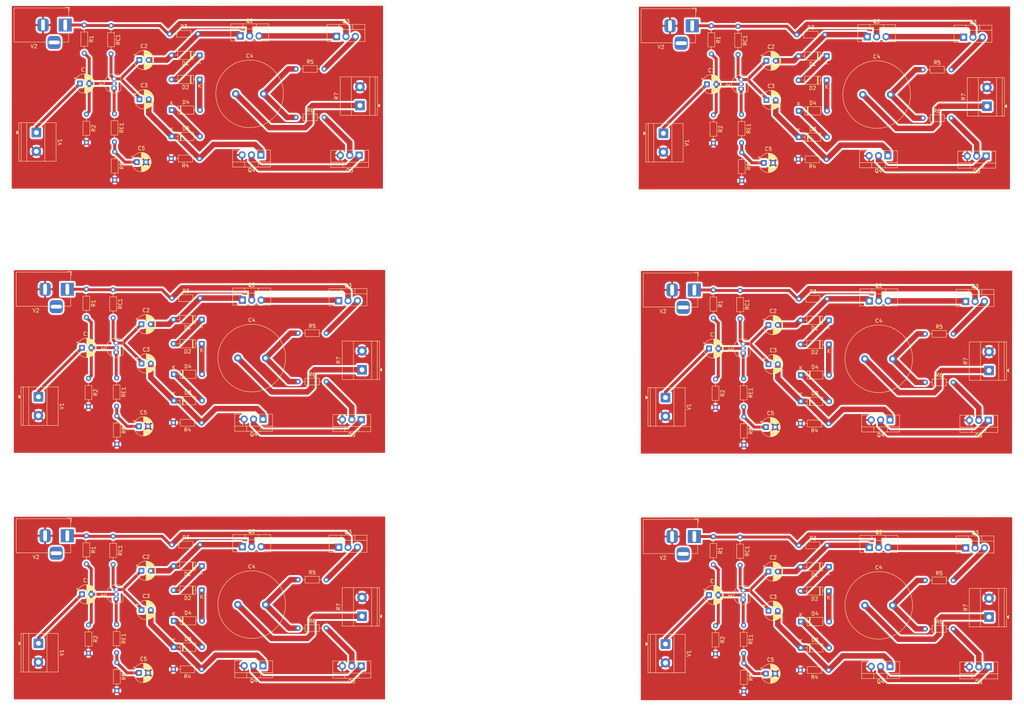
<source format=kicad_pcb>
(kicad_pcb (version 20241229) (generator "pcbnew") (generator_version "9.0")
  (layers (0 "F.Cu" signal) (2 "B.Cu" signal) (13 "F.Paste" user) (15 "B.Paste" user) (5 "F.SilkS" user "F.Silkscreen") (7 "B.SilkS" user "B.Silkscreen") (1 "F.Mask" user) (3 "B.Mask" user) (25 "Edge.Cuts" user))
  (net 0 "")
  (net 1 "Net-(C1-Pad1)")
  (net 2 "Net-(Q1-B)")
  (net 3 "Net-(D1-A)")
  (net 4 "Net-(Q1-C)")
  (net 5 "Net-(D3-K)")
  (net 6 "Net-(C4-Pad1)")
  (net 7 "Net-(C4-Pad2)")
  (net 8 "Net-(D1-K)")
  (net 9 "Net-(D2-K)")
  (net 10 "Net-(D3-A)")
  (net 11 "Net-(Q1-E)")
  (net 12 "Net-(Q2-E)")
  (net 13 "Net-(Q2-C)")
  (net 14 "Net-(Q3-E)")
  (net 15 "Net-(Q4-C)")
  (net 16 "0")
  (net 17 "Net-(Q5-C)")
  (net 18 "Net-(C5-Pad1)")
  (footprint "Resistor_THT:R_Axial_DIN0204_L3.6mm_D1.6mm_P7.62mm_Horizontal" (layer "F.Cu") (at 32.727547 17.819426 -90)
    (property "Reference" "R1")
    (property "Value" "484k")
  )
  (footprint "Package_TO_SOT_THT:TO-220-3_Vertical" (layer "F.Cu") (at 80.409147 52.937826 180)
    (property "Reference" "Q4")
    (property "Value" "TIP42C")
  )
  (footprint "Package_TO_SOT_THT:TO-220-3_Vertical" (layer "F.Cu") (at 244.648146 92.356492)
    (property "Reference" "Q2")
    (property "Value" "TIP41C")
  )
  (footprint "Capacitor_THT:C_Radial_D18.0mm_H35.5mm_P7.50mm" (layer "F.Cu") (at 243.447346 174.601692)
    (property "Reference" "C4")
    (property "Value" "4700u")
  )
  (footprint "Capacitor_THT:CP_Radial_D5.0mm_P2.50mm" (layer "F.Cu") (at 201.379546 105.214492)
    (property "Reference" "C1")
    (property "Value" "1u")
  )
  (footprint "Capacitor_THT:CP_Radial_D5.0mm_P2.50mm" (layer "F.Cu") (at 216.8562 27.4884)
    (property "Reference" "C2")
    (property "Value" "4.7u")
  )
  (footprint "Resistor_THT:R_Axial_DIN0204_L3.6mm_D1.6mm_P7.62mm_Horizontal" (layer "F.Cu") (at 209.779546 156.153292 -90)
    (property "Reference" "RC1")
    (property "Value" "3.58k")
  )
  (footprint "Diode_THT:D_DO-35_SOD27_P7.62mm_Horizontal" (layer "F.Cu") (at 225.601 48.1168)
    (property "Reference" "D3")
    (property "Value" "1N4148")
  )
  (footprint "Resistor_THT:R_Axial_DIN0204_L3.6mm_D1.6mm_P7.62mm_Horizontal" (layer "F.Cu") (at 233.664346 192.076892 180)
    (property "Reference" "R4")
    (property "Value" "9k")
  )
  (footprint "Resistor_THT:R_Axial_DIN0204_L3.6mm_D1.6mm_P7.62mm_Horizontal" (layer "F.Cu") (at 55.797347 20.227826)
    (property "Reference" "R3")
    (property "Value" "9k")
  )
  (footprint "TerminalBlock_Phoenix:TerminalBlock_Phoenix_MKDS-1,5-2-5.08_1x02_P5.08mm_Horizontal" (layer "F.Cu") (at 20.357193 184.862518 -90)
    (property "Reference" "V1")
    (property "Value" "~")
  )
  (footprint "Capacitor_THT:CP_Radial_D5.0mm_P2.50mm" (layer "F.Cu") (at 48.190793 175.864318)
    (property "Reference" "C3")
    (property "Value" "4.7u")
  )
  (footprint "Capacitor_THT:C_Radial_D18.0mm_H35.5mm_P7.50mm" (layer "F.Cu") (at 242.884 36.6268)
    (property "Reference" "C4")
    (property "Value" "4700u")
  )
  (footprint "Resistor_THT:R_Axial_DIN0204_L3.6mm_D1.6mm_P7.62mm_Horizontal" (layer "F.Cu") (at 89.883347 42.777826)
    (property "Reference" "R6")
    (property "Value" "0.3")
  )
  (footprint "Resistor_THT:R_Axial_DIN0204_L3.6mm_D1.6mm_P7.62mm_Horizontal" (layer "F.Cu") (at 259.147 42.9768)
    (property "Reference" "R6")
    (property "Value" "0.3")
  )
  (footprint "Diode_THT:D_DO-35_SOD27_P7.62mm_Horizontal" (layer "F.Cu") (at 233.141 32.7468 180)
    (property "Reference" "D2")
    (property "Value" "1N4148")
  )
  (footprint "Resistor_THT:R_Axial_DIN0204_L3.6mm_D1.6mm_P7.62mm_Horizontal" (layer "F.Cu") (at 210.773746 190.248092 -90)
    (property "Reference" "R8")
    (property "Value" "100")
  )
  (footprint "Capacitor_THT:CP_Radial_D5.0mm_P2.50mm" (layer "F.Cu") (at 48.155893 98.665518)
    (property "Reference" "C2")
    (property "Value" "4.7u")
  )
  (footprint "Resistor_THT:R_Axial_DIN0204_L3.6mm_D1.6mm_P7.62mm_Horizontal" (layer "F.Cu") (at 33.302547 41.929426 -90)
    (property "Reference" "R2")
    (property "Value" "40k")
  )
  (footprint "Diode_THT:D_DO-35_SOD27_P7.62mm_Horizontal" (layer "F.Cu") (at 226.164346 186.091692)
    (property "Reference" "D3")
    (property "Value" "1N4148")
  )
  (footprint "Diode_THT:D_DO-35_SOD27_P7.62mm_Horizontal" (layer "F.Cu") (at 64.440693 170.522718 180)
    (property "Reference" "D2")
    (property "Value" "1N4148")
  )
  (footprint "Package_TO_SOT_THT:TO-220-3_Vertical" (layer "F.Cu") (at 80.972493 124.313918 180)
    (property "Reference" "Q4")
    (property "Value" "TIP42C")
  )
  (footprint "Resistor_THT:R_Axial_DIN0204_L3.6mm_D1.6mm_P7.62mm_Horizontal" (layer "F.Cu") (at 233.101 54.102 180)
    (property "Reference" "R4")
    (property "Value" "9k")
  )
  (footprint "Capacitor_THT:CP_Radial_D5.0mm_P2.50mm" (layer "F.Cu") (at 47.592547 27.289426)
    (property "Reference" "C2")
    (property "Value" "4.7u")
  )
  (footprint "Capacitor_THT:CP_Radial_D5.0mm_P2.50mm" (layer "F.Cu") (at 217.454446 109.464492)
    (property "Reference" "C3")
    (property "Value" "4.7u")
  )
  (footprint "Resistor_THT:R_Axial_DIN0204_L3.6mm_D1.6mm_P7.62mm_Horizontal" (layer "F.Cu") (at 203.129546 180.103292 -90)
    (property "Reference" "R2")
    (property "Value" "40k")
  )
  (footprint "Resistor_THT:R_Axial_DIN0204_L3.6mm_D1.6mm_P7.62mm_Horizontal" (layer "F.Cu") (at 90.446693 180.752718)
    (property "Reference" "R6")
    (property "Value" "0.3")
  )
  (footprint "Resistor_THT:R_Axial_DIN0204_L3.6mm_D1.6mm_P7.62mm_Horizontal" (layer "F.Cu") (at 89.883347 29.696826)
    (property "Reference" "R5")
    (property "Value" "0.3")
  )
  (footprint "Capacitor_THT:CP_Radial_D5.0mm_P2.50mm" (layer "F.Cu") (at 46.904435 54.868226)
    (property "Reference" "C5")
    (property "Value" "47u")
  )
  (footprint "TerminalBlock_Phoenix:TerminalBlock_Phoenix_MKDS-1,5-2-5.08_1x02_P5.08mm_Horizontal" (layer "F.Cu") (at 189.0575 47.0866 -90)
    (property "Reference" "V1")
    (property "Value" "~")
  )
  (footprint "Package_TO_SOT_THT:TO-220-3_Vertical" (layer "F.Cu") (at 276.753746 191.213292 180)
    (property "Reference" "Q5")
    (property "Value" "TIP42C")
  )
  (footprint "Resistor_THT:R_Axial_DIN0204_L3.6mm_D1.6mm_P7.62mm_Horizontal" (layer "F.Cu") (at 33.865893 113.305518 -90)
    (property "Reference" "R2")
    (property "Value" "40k")
  )
  (footprint "Connector_BarrelJack:BarrelJack_Horizontal" (layer "F.Cu") (at 197.413346 156.008892)
    (property "Reference" "V2")
    (property "Value" "24")
  )
  (footprint "Diode_THT:D_DO-35_SOD27_P7.62mm_Horizontal" (layer "F.Cu") (at 233.704346 164.201692 180)
    (property "Reference" "D1")
    (property "Value" "1N4148")
  )
  (footprint "Resistor_THT:R_Axial_DIN0204_L3.6mm_D1.6mm_P7.62mm_Horizontal" (layer "F.Cu") (at 201.9912 18.0184 -90)
    (property "Reference" "R1")
    (property "Value" "484k")
  )
  (footprint "Package_TO_SOT_THT:TO-220-3_Vertical" (layer "F.Cu") (at 74.821147 20.781426)
    (property "Reference" "Q2")
    (property "Value" "TIP41C")
  )
  (footprint "Resistor_THT:R_Axial_DIN0204_L3.6mm_D1.6mm_P7.62mm_Horizontal" (layer "F.Cu") (at 259.710346 180.951692)
    (property "Reference" "R6")
    (property "Value" "0.3")
  )
  (footprint "Resistor_THT:R_Axial_DIN0204_L3.6mm_D1.6mm_P7.62mm_Horizontal" (layer "F.Cu") (at 56.360693 158.202718)
    (property "Reference" "R3")
    (property "Value" "9k")
  )
  (footprint "Package_TO_SOT_THT:TO-220-3_Vertical" (layer "F.Cu") (at 270.657746 92.508892)
    (property "Reference" "Q3")
    (property "Value" "TIP41C")
  )
  (footprint "Capacitor_THT:CP_Radial_D5.0mm_P2.50mm" (layer "F.Cu") (at 216.731434 193.042092)
    (property "Reference" "C5")
    (property "Value" "47u")
  )
  (footprint "Package_TO_SOT_THT:TO-220-3_Vertical" (layer "F.Cu") (at 107.490093 191.014318 180)
    (property "Reference" "Q5")
    (property "Value" "TIP42C")
  )
  (footprint "Resistor_THT:R_Axial_DIN0204_L3.6mm_D1.6mm_P7.62mm_Horizontal" (layer "F.Cu") (at 90.446693 114.153918)
    (property "Reference" "R6")
    (property "Value" "0.3")
  )
  (footprint "TerminalBlock_Phoenix:TerminalBlock_Phoenix_MKDS-1,5-2-5.08_1x02_P5.08mm_Horizontal" (layer "F.Cu") (at 276.4028 39.7764 90)
    (property "Reference" "R7")
    (property "Value" "4")
  )
  (footprint "TerminalBlock_Phoenix:TerminalBlock_Phoenix_MKDS-1,5-2-5.08_1x02_P5.08mm_Horizontal" (layer "F.Cu") (at 107.702493 177.552318 90)
    (property "Reference" "R7")
    (property "Value" "4")
  )
  (footprint "Resistor_THT:R_Axial_DIN0204_L3.6mm_D1.6mm_P7.62mm_Horizontal" (layer "F.Cu") (at 64.400693 191.877918 180)
    (property "Reference" "R4")
    (property "Value" "9k")
  )
  (footprint "Connector_BarrelJack:BarrelJack_Horizontal" (layer "F.Cu") (at 196.85 18.034)
    (property "Reference" "V2")
    (property "Value" "24")
  )
  (footprint "Package_TO_SOT_THT:TO-220-3_Vertical" (layer "F.Cu") (at 100.830747 20.933826)
    (property "Reference" "Q3")
    (property "Value" "TIP41C")
  )
  (footprint "Resistor_THT:R_Axial_DIN0204_L3.6mm_D1.6mm_P7.62mm_Horizontal" (layer "F.Cu") (at 33.290893 155.794318 -90)
    (property "Reference" "R1")
    (property "Value" "484k")
  )
  (footprint "Resistor_THT:R_Axial_DIN0204_L3.6mm_D1.6mm_P7.62mm_Horizontal" (layer "F.Cu") (at 41.455893 179.774318 -90)
    (property "Reference" "RE1")
    (property "Value" "66")
  )
  (footprint "Package_TO_SOT_THT:TO-220-3_Vertical" (layer "F.Cu") (at 101.394093 158.908718)
    (property "Reference" "Q3")
    (property "Value" "TIP41C")
  )
  (footprint "Package_TO_SOT_THT:TO-220-3_Vertical" (layer "F.Cu") (at 276.753746 124.614492 180)
    (property "Reference" "Q5")
    (property "Value" "TIP42C")
  )
  (footprint "Package_TO_SOT_THT:TO-220-3_Vertical" (layer "F.Cu") (at 80.972493 190.912718 180)
    (property "Reference" "Q4")
    (property "Value" "TIP42C")
  )
  (footprint "Resistor_THT:R_Axial_DIN0204_L3.6mm_D1.6mm_P7.62mm_Horizontal" (layer "F.Cu") (at 56.360693 91.603918)
    (property "Reference" "R3")
    (property "Value" "9k")
  )
  (footprint "Resistor_THT:R_Axial_DIN0204_L3.6mm_D1.6mm_P7.62mm_Horizontal" (layer "F.Cu") (at 33.865893 179.904318 -90)
    (property "Reference" "R2")
    (property "Value" "40k")
  )
  (footprint "Package_TO_SOT_THT:TO-220-3_Vertical" (layer "F.Cu") (at 75.384493 92.157518)
    (property "Reference" "Q2")
    (property "Value" "TIP41C")
  )
  (footprint "Resistor_THT:R_Axial_DIN0204_L3.6mm_D1.6mm_P7.62mm_Horizontal" (layer "F.Cu") (at 64.400693 125.279118 180)
    (property "Reference" "R4")
    (property "Value" "9k")
  )
  (footprint "Capacitor_THT:CP_Radial_D5.0mm_P2.50mm" (layer "F.Cu") (at 47.627447 37.889426)
    (property "Reference" "C3")
    (property "Value" "4.7u")
  )
  (footprint "Capacitor_THT:C_Radial_D18.0mm_H35.5mm_P7.50mm" (layer "F.Cu") (at 74.183693 174.402718)
    (property "Reference" "C4")
    (property "Value" "4700u")
  )
  (footprint "Resistor_THT:R_Axial_DIN0204_L3.6mm_D1.6mm_P7.62mm_Horizontal" (layer "F.Cu") (at 259.710346 167.870692)
    (property "Reference" "R5")
    (property "Value" "0.3")
  )
  (footprint "Resistor_THT:R_Axial_DIN0204_L3.6mm_D1.6mm_P7.62mm_Horizontal" (layer "F.Cu") (at 225.061 20.4268)
    (property "Reference" "R3")
    (property "Value" "9k")
  )
  (footprint "Resistor_THT:R_Axial_DIN0204_L3.6mm_D1.6mm_P7.62mm_Horizontal" (layer "F.Cu") (at 41.455893 113.175518 -90)
    (property "Reference" "RE1")
    (property "Value" "66")
  )
  (footprint "Resistor_THT:R_Axial_DIN0204_L3.6mm_D1.6mm_P7.62mm_Horizontal" (layer "F.Cu") (at 202.5662 42.1284 -90)
    (property "Reference" "R2")
    (property "Value" "40k")
  )
  (footprint "Diode_THT:D_DO-35_SOD27_P7.62mm_Horizontal" (layer "F.Cu") (at 63.877347 32.547826 180)
    (property "Reference" "D2")
    (property "Value" "1N4148")
  )
  (footprint "TerminalBlock_Phoenix:TerminalBlock_Phoenix_MKDS-1,5-2-5.08_1x02_P5.08mm_Horizontal" (layer "F.Cu") (at 107.139147 39.577426 90)
    (property "Reference" "R7")
    (property "Value" "4")
  )
  (footprint "Capacitor_THT:CP_Radial_D5.0mm_P2.50mm" (layer "F.Cu") (at 216.168088 55.0672)
    (property "Reference" "C5")
    (property "Value" "47u")
  )
  (footprint "Resistor_THT:R_Axial_DIN0204_L3.6mm_D1.6mm_P7.62mm_Horizontal" (layer "F.Cu") (at 41.510093 190.049118 -90)
    (property "Reference" "R8")
    (property "Value" "100")
  )
  (footprint "Package_TO_SOT_THT:TO-92_Inline" (layer "F.Cu") (at 210.609546 173.073292 90)
    (property "Reference" "Q1")
    (property "Value" "2N3904")
  )
  (footprint "Diode_THT:D_DO-35_SOD27_P7.62mm_Horizontal" (layer "F.Cu") (at 226.164346 112.382892)
    (property "Reference" "D4")
    (property "Value" "1N4148")
  )
  (footprint "Package_TO_SOT_THT:TO-220-3_Vertical" (layer "F.Cu") (at 107.490093 124.415518 180)
    (property "Reference" "Q5")
    (property "Value" "TIP42C")
  )
  (footprint "Resistor_THT:R_Axial_DIN0204_L3.6mm_D1.6mm_P7.62mm_Horizontal" (layer "F.Cu") (at 202.554546 89.394492 -90)
    (property "Reference" "R1")
    (property "Value" "484k")
  )
  (footprint "Resistor_THT:R_Axial_DIN0204_L3.6mm_D1.6mm_P7.62mm_Horizontal" (layer "F.Cu") (at 210.719546 179.973292 -90)
    (property "Reference" "RE1")
    (property "Value" "66")
  )
  (footprint "Capacitor_THT:CP_Radial_D5.0mm_P2.50mm" (layer "F.Cu") (at 216.731434 126.443292)
    (property "Reference" "C5")
    (property "Value" "47u")
  )
  (footprint "Resistor_THT:R_Axial_DIN0204_L3.6mm_D1.6mm_P7.62mm_Horizontal" (layer "F.Cu") (at 259.710346 114.352892)
    (property "Reference" "R6")
    (property "Value" "0.3")
  )
  (footprint "Resistor_THT:R_Axial_DIN0204_L3.6mm_D1.6mm_P7.62mm_Horizontal" (layer "F.Cu") (at 209.2162 18.1784 -90)
    (property "Reference" "RC1")
    (property "Value" "3.58k")
  )
  (footprint "TerminalBlock_Phoenix:TerminalBlock_Phoenix_MKDS-1,5-2-5.08_1x02_P5.08mm_Horizontal" (layer "F.Cu") (at 19.793847 46.887626 -90)
    (property "Reference" "V1")
    (property "Value" "~")
  )
  (footprint "Diode_THT:D_DO-35_SOD27_P7.62mm_Horizontal" (layer "F.Cu") (at 56.900693 178.782718)
    (property "Reference" "D4")
    (property "Value" "1N4148")
  )
  (footprint "Diode_THT:D_DO-35_SOD27_P7.62mm_Horizontal" (layer "F.Cu") (at 233.704346 170.721692 180)
    (property "Reference" "D2")
    (property "Value" "1N4148")
  )
  (footprint "Connector_BarrelJack:BarrelJack_Horizontal" (layer "F.Cu") (at 28.149693 89.211118)
    (property "Reference" "V2")
    (property "Value" "24")
  )
  (footprint "Diode_THT:D_DO-35_SOD27_P7.62mm_Horizontal" (layer "F.Cu") (at 226.164346 178.981692)
    (property "Reference" "D4")
    (property "Value" "1N4148")
  )
  (footprint "Package_TO_SOT_THT:TO-220-3_Vertical" (layer "F.Cu") (at 249.6728 53.1368 180)
    (property "Reference" "Q4")
    (property "Value" "TIP42C")
  )
  (footprint "Capacitor_THT:CP_Radial_D5.0mm_P2.50mm" (layer "F.Cu") (at 217.419546 98.864492)
    (property "Reference" "C2")
    (property "Value" "4.7u")
  )
  (footprint "Connector_BarrelJack:BarrelJack_Horizontal" (layer "F.Cu") (at 28.149693 155.809918)
    (property "Reference" "V2")
    (property "Value" "24")
  )
  (footprint "Resistor_THT:R_Axial_DIN0204_L3.6mm_D1.6mm_P7.62mm_Horizontal" (layer "F.Cu") (at 225.624346 91.802892)
    (property "Reference" "R3")
    (property "Value" "9k")
  )
  (footprint "Package_TO_SOT_THT:TO-220-3_Vertical" (layer "F.Cu") (at 250.236146 124.512892 180)
    (property "Reference" "Q4")
    (property "Value" "TIP42C")
  )
  (footprint "Resistor_THT:R_Axial_DIN0204_L3.6mm_D1.6mm_P7.62mm_Horizontal" (layer "F.Cu") (at 39.952547 17.979426 -90)
    (property "Reference" "RC1")
    (property "Value" "3.58k")
  )
  (footprint "Package_TO_SOT_THT:TO-220-3_Vertical" (layer "F.Cu") (at 270.657746 159.107692)
    (property "Reference" "Q3")
    (property "Value" "TIP41C")
  )
  (footprint "Resistor_THT:R_Axial_DIN0204_L3.6mm_D1.6mm_P7.62mm_Horizontal" (layer "F.Cu") (at 210.2104 52.2732 -90)
    (property "Reference" "R8")
    (property "Value" "100")
  )
  (footprint "Package_TO_SOT_THT:TO-220-3_Vertical" (layer "F.Cu") (at 244.648146 158.955292)
    (property "Reference" "Q2")
    (property "Value" "TIP41C")
  )
  (footprint "Resistor_THT:R_Axial_DIN0204_L3.6mm_D1.6mm_P7.62mm_Horizontal" (layer "F.Cu") (at 40.515893 89.355518 -90)
    (property "Reference" "RC1")
    (property "Value" "3.58k")
  )
  (footprint "Diode_THT:D_DO-35_SOD27_P7.62mm_Horizontal" (layer "F.Cu") (at 225.601 41.0068)
    (property "Reference" "D4")
    (property "Value" "1N4148")
  )
  (footprint "Resistor_THT:R_Axial_DIN0204_L3.6mm_D1.6mm_P7.62mm_Horizontal" (layer "F.Cu") (at 210.1562 41.9984 -90)
    (property "Reference" "RE1")
    (property "Value" "66")
  )
  (footprint "Capacitor_THT:CP_Radial_D5.0mm_P2.50mm" (layer "F.Cu") (at 31.552547 33.639426)
    (property "Reference" "C1")
    (property "Value" "1u")
  )
  (footprint "Package_TO_SOT_THT:TO-92_Inline" (layer "F.Cu") (at 210.609546 106.474492 90)
    (property "Reference" "Q1")
    (property "Value" "2N3904")
  )
  (footprint "Capacitor_THT:CP_Radial_D5.0mm_P2.50mm" (layer "F.Cu") (at 217.419546 165.463292)
    (property "Reference" "C2")
    (property "Value" "4.7u")
  )
  (footprint "Resistor_THT:R_Axial_DIN0204_L3.6mm_D1.6mm_P7.62mm_Horizontal" (layer "F.Cu") (at 90.446693 167.671718)
    (property "Reference" "R5")
    (property "Value" "0.3")
  )
  (footprint "Resistor_THT:R_Axial_DIN0204_L3.6mm_D1.6mm_P7.62mm_Horizontal" (layer "F.Cu") (at 63.837347 53.903026 180)
    (property "Reference" "R4")
    (property "Value" "9k")
  )
  (footprint "Package_TO_SOT_THT:TO-220-3_Vertical" (layer "F.Cu") (at 276.1904 53.2384 180)
    (property "Reference" "Q5")
    (property "Value" "TIP42C")
  )
  (footprint "Package_TO_SOT_THT:TO-220-3_Vertical" (layer "F.Cu") (at 101.394093 92.309918)
    (property "Reference" "Q3")
    (property "Value" "TIP41C")
  )
  (footprint "Capacitor_THT:CP_Radial_D5.0mm_P2.50mm" (layer "F.Cu") (at 32.115893 105.015518)
    (property "Reference" "C1")
    (property "Value" "1u")
  )
  (footprint "TerminalBlock_Phoenix:TerminalBlock_Phoenix_MKDS-1,5-2-5.08_1x02_P5.08mm_Horizontal" (layer "F.Cu") (at 276.966146 177.751292 90)
    (property "Reference" "R7")
    (property "Value" "4")
  )
  (footprint "Resistor_THT:R_Axial_DIN0204_L3.6mm_D1.6mm_P7.62mm_Horizontal" (layer "F.Cu") (at 41.510093 123.450318 -90)
    (property "Reference" "R8")
    (property "Value" "100")
  )
  (footprint "Package_TO_SOT_THT:TO-92_Inline" (layer "F.Cu") (at 41.345893 172.874318 90)
    (property "Reference" "Q1")
    (property "Value" "2N3904")
  )
  (footprint "Resistor_THT:R_Axial_DIN0204_L3.6mm_D1.6mm_P7.62mm_Horizontal" (layer "F.Cu") (at 40.515893 155.954318 -90)
    (property "Reference" "RC1")
    (property "Value" "3.58k")
  )
  (footprint "Capacitor_THT:C_Radial_D18.0mm_H35.5mm_P7.50mm" (layer "F.Cu") (at 73.620347 36.427826)
    (property "Reference" "C4")
    (property "Value" "4700u")
  )
  (footprint "Capacitor_THT:CP_Radial_D5.0mm_P2.50mm" (layer "F.Cu") (at 48.190793 109.265518)
    (property "Reference" "C3")
    (property "Value" "4.7u")
  )
  (footprint "TerminalBlock_Phoenix:TerminalBlock_Phoenix_MKDS-1,5-2-5.08_1x02_P5.08mm_Horizontal" (layer "F.Cu") (at 276.966146 111.152492 90)
    (property "Reference" "R7")
    (property "Value" "4")
  )
  (footprint "Diode_THT:D_DO-35_SOD27_P7.62mm_Horizontal" (layer "F.Cu") (at 56.337347 47.917826)
    (property "Reference" "D3")
    (property "Value" "1N4148")
  )
  (footprint "Package_TO_SOT_THT:TO-220-3_Vertical" (layer "F.Cu") (at 250.236146 191.111692 180)
    (property "Reference" "Q4")
    (property "Value" "TIP42C")
  )
  (footprint "Capacitor_THT:CP_Radial_D5.0mm_P2.50mm" (layer "F.Cu") (at 47.467781 126.244318)
    (property "Reference" "C5")
    (property "Value" "47u")
  )
  (footprint "Capacitor_THT:CP_Radial_D5.0mm_P2.50mm" (layer "F.Cu") (at 32.115893 171.614318)
    (property "Reference" "C1")
    (property "Value" "1u")
  )
  (footprint "TerminalBlock_Phoenix:TerminalBlock_Phoenix_MKDS-1,5-2-5.08_1x02_P5.08mm_Horizontal" (layer "F.Cu") (at 189.620846 185.061492 -90)
    (property "Reference" "V1")
    (property "Value" "~")
  )
  (footprint "Package_TO_SOT_THT:TO-220-3_Vertical" (layer "F.Cu") (at 75.384493 158.756318)
    (property "Reference" "Q2")
    (property "Value" "TIP41C")
  )
  (footprint "TerminalBlock_Phoenix:TerminalBlock_Phoenix_MKDS-1,5-2-5.08_1x02_P5.08mm_Horizontal" (layer "F.Cu") (at 107.702493 110.953518 90)
    (property "Reference" "R7")
    (property "Value" "4")
  )
  (footprint "Diode_THT:D_DO-35_SOD27_P7.62mm_Horizontal" (layer "F.Cu") (at 233.141 26.2268 180)
    (property "Reference" "D1")
    (property "Value" "1N4148")
  )
  (footprint "Capacitor_THT:C_Radial_D18.0mm_H35.5mm_P7.50mm" (layer "F.Cu") (at 243.447346 108.002892)
    (property "Reference" "C4")
    (property "Value" "4700u")
  )
  (footprint "Resistor_THT:R_Axial_DIN0204_L3.6mm_D1.6mm_P7.62mm_Horizontal" (layer "F.Cu") (at 40.946747 52.074226 -90)
    (property "Reference" "R8")
    (property "Value" "100")
  )
  (footprint "Diode_THT:D_DO-35_SOD27_P7.62mm_Horizontal" (layer "F.Cu") (at 64.440693 164.002718 180)
    (property "Reference" "D1")
    (property "Value" "1N4148")
  )
  (footprint "Capacitor_THT:C_Radial_D18.0mm_H35.5mm_P7.50mm" (layer "F.Cu") (at 74.183693 107.803918)
    (property "Reference" "C4")
    (property "Value" "4700u")
  )
  (footprint "Resistor_THT:R_Axial_DIN0204_L3.6mm_D1.6mm_P7.62mm_Horizontal" (layer "F.Cu") (at 259.710346 101.271892)
    (property "Reference" "R5")
    (property "Value" "0.3")
  )
  (footprint "Package_TO_SOT_THT:TO-220-3_Vertical" (layer "F.Cu") (at 244.0848 20.9804)
    (property "Reference" "Q2")
    (property "Value" "TIP41C")
  )
  (footprint "Package_TO_SOT_THT:TO-92_Inline" (layer "F.Cu") (at 210.0462 35.0984 90)
    (property "Reference" "Q1")
    (property "Value" "2N3904")
  )
  (footprint "Diode_THT:D_DO-35_SOD27_P7.62mm_Horizontal" (layer "F.Cu") (at 64.440693 97.403918 180)
    (property "Reference" "D1")
    (property "Value" "1N4148")
  )
  (footprint "Resistor_THT:R_Axial_DIN0204_L3.6mm_D1.6mm_P7.62mm_Horizontal" (layer "F.Cu") (at 259.147 29.8958)
    (property "Reference" "R5")
    (property "Value" "0.3")
  )
  (footprint "Resistor_THT:R_Axial_DIN0204_L3.6mm_D1.6mm_P7.62mm_Horizontal" (layer "F.Cu") (at 210.719546 113.374492 -90)
    (property "Reference" "RE1")
    (property "Value" "66")
  )
  (footprint "Capacitor_THT:CP_Radial_D5.0mm_P2.50mm" (layer "F.Cu") (at 47.467781 192.843118)
    (property "Reference" "C5")
    (property "Value" "47u")
  )
  (footprint "Diode_THT:D_DO-35_SOD27_P7.62mm_Horizontal" (layer "F.Cu") (at 233.704346 97.602892 180)
    (property "Reference" "D1")
    (property "Value" "1N4148")
  )
  (footprint "Resistor_THT:R_Axial_DIN0204_L3.6mm_D1.6mm_P7.62mm_Horizontal" (layer "F.Cu") (at 209.779546 89.554492 -90)
    (property "Reference" "RC1")
    (property "Value" "3.58k")
  )
  (footprint "TerminalBlock_Phoenix:TerminalBlock_Phoenix_MKDS-1,5-2-5.08_1x02_P5.08mm_Horizontal" (layer "F.Cu") (at 189.620846 118.462692 -90)
    (property "Reference" "V1")
    (property "Value" "~")
  )
  (footprint "Resistor_THT:R_Axial_DIN0204_L3.6mm_D1.6mm_P7.62mm_Horizontal" (layer "F.Cu") (at 233.664346 125.478092 180)
    (property "Reference" "R4")
    (property "Value" "9k")
  )
  (footprint "Connector_BarrelJack:BarrelJack_Horizontal" (layer "F.Cu") (at 27.586347 17.835026)
    (property "Reference" "V2")
    (property "Value" "24")
  )
  (footprint "Diode_THT:D_DO-35_SOD27_P7.62mm_Horizontal" (layer "F.Cu") (at 56.900693 119.293918)
    (property "Reference" "D3")
    (property "Value" "1N4148")
  )
  (footprint "Diode_THT:D_DO-35_SOD27_P7.62mm_Horizontal" (layer "F.Cu") (at 63.877347 26.027826 180)
    (property "Reference" "D1")
    (property "Value" "1N4148")
  )
  (footprint "Diode_THT:D_DO-35_SOD27_P7.62mm_Horizontal" (layer "F.Cu") (at 56.900693 112.183918)
    (property "Reference" "D4")
    (property "Value" "1N4148")
  )
  (footprint "Resistor_THT:R_Axial_DIN0204_L3.6mm_D1.6mm_P7.62mm_Horizontal" (layer "F.Cu") (at 210.773746 123.649292 -90)
    (property "Reference" "R8")
    (property "Value" "100")
  )
  (footprint "Resistor_THT:R_Axial_DIN0204_L3.6mm_D1.6mm_P7.62mm_Horizontal" (layer "F.Cu") (at 40.892547 41.799426 -90)
    (property "Reference" "RE1")
    (property "Value" "66")
  )
  (footprint "Capacitor_THT:CP_Radial_D5.0mm_P2.50mm" (layer "F.Cu") (at 217.454446 176.063292)
    (property "Reference" "C3")
    (property "Value" "4.7u")
  )
  (footprint "Capacitor_THT:CP_Radial_D5.0mm_P2.50mm" (layer "F.Cu") (at 216.8911 38.0884)
    (property "Reference" "C3")
    (property "Value" "4.7u")
  )
  (footprint "Resistor_THT:R_Axial_DIN0204_L3.6mm_D1.6mm_P7.62mm_Horizontal" (layer "F.Cu") (at 202.554546 155.993292 -90)
    (property "Reference" "R1")
    (property "Value" "484k")
  )
  (footprint "Diode_THT:D_DO-35_SOD27_P7.62mm_Horizontal" (layer "F.Cu") (at 233.704346 104.122892 180)
    (property "Reference" "D2")
    (property "Value" "1N4148")
  )
  (footprint "Resistor_THT:R_Axial_DIN0204_L3.6mm_D1.6mm_P7.62mm_Horizontal" (layer "F.Cu") (at 225.624346 158.401692)
    (property "Reference" "R3")
    (property "Value" "9k")
  )
  (footprint "Package_TO_SOT_THT:TO-92_Inline" (layer "F.Cu") (at 41.345893 106.275518 90)
    (property "Reference" "Q1")
    (property "Value" "2N3904")
  )
  (footprint "Package_TO_SOT_THT:TO-92_Inline" (layer "F.Cu") (at 40.782547 34.899426 90)
    (property "Reference" "Q1")
    (property "Value" "2N3904")
  )
  (footprint "Capacitor_THT:CP_Radial_D5.0mm_P2.50mm" (layer "F.Cu") (at 200.8162 33.8384)
    (property "Reference" "C1")
    (property "Value" "1u")
  )
  (footprint "Diode_THT:D_DO-35_SOD27_P7.62mm_Horizontal" (layer "F.Cu") (at 56.337347 40.807826)
    (property "Reference" "D4")
    (property "Value" "1N4148")
  )
  (footprint "TerminalBlock_Phoenix:TerminalBlock_Phoenix_MKDS-1,5-2-5.08_1x02_P5.08mm_Horizontal" (layer "F.Cu") (at 20.357193 118.263718 -90)
    (property "Reference" "V1")
    (property "Value" "~")
  )
  (footprint "Diode_THT:D_DO-35_SOD27_P7.62mm_Horizontal" (layer "F.Cu") (at 64.440693 103.923918 180)
    (property "Reference" "D2")
    (property "Value" "1N4148")
  )
  (footprint "Resistor_THT:R_Axial_DIN0204_L3.6mm_D1.6mm_P7.62mm_Horizontal" (layer "F.Cu") (at 33.290893 89.195518 -90)
    (property "Reference" "R1")
    (property "Value" "484k")
  )
  (footprint "Diode_THT:D_DO-35_SOD27_P7.62mm_Horizontal" (layer "F.Cu") (at 56.900693 185.892718)
    (property "Reference" "D3")
    (property "Value" "1N4148")
  )
  (footprint "Resistor_THT:R_Axial_DIN0204_L3.6mm_D1.6mm_P7.62mm_Horizontal" (layer "F.Cu") (at 203.129546 113.504492 -90)
    (property "Reference" "R2")
    (property "Value" "40k")
  )
  (footprint "Package_TO_SOT_THT:TO-220-3_Vertical" (layer "F.Cu") (at 270.0944 21.1328)
    (property "Reference" "Q3")
    (property "Value" "TIP41C")
  )
  (footprint "Resistor_THT:R_Axial_DIN0204_L3.6mm_D1.6mm_P7.62mm_Horizontal" (layer "F.Cu") (at 90.446693 101.072918)
    (property "Reference" "R5")
    (property "Value" "0.3")
  )
  (footprint "Capacitor_THT:CP_Radial_D5.0mm_P2.50mm" (layer "F.Cu") (at 48.155893 165.264318)
    (property "Reference" "C2")
    (property "Value" "4.7u")
  )
  (footprint "Capacitor_THT:CP_Radial_D5.0mm_P2.50mm" (layer "F.Cu") (at 201.379546 171.813292)
    (property "Reference" "C1")
    (property "Value" "1u")
  )
  (footprint "Package_TO_SOT_THT:TO-220-3_Vertical" (layer "F.Cu") (at 106.926747 53.039426 180)
    (property "Reference" "Q5")
    (property "Value" "TIP42C")
  )
  (footprint "Connector_BarrelJack:BarrelJack_Horizontal" (layer "F.Cu") (at 197.413346 89.410092)
    (property "Reference" "V2")
    (property "Value" "24")
  )
  (footprint "Diode_THT:D_DO-35_SOD27_P7.62mm_Horizontal" (layer "F.Cu") (at 226.164346 119.492892)
    (property "Reference" "D3")
    (property "Value" "1N4148")
  )
  (gr_line (start 283.722546 83.688742) (end 283.684446 134.114092) (stroke (width 0.05)) (layer "Edge.Cuts"))
  (gr_line (start 113.857447 62.539026) (end 12.638447 62.539026) (stroke (width 0.05)) (layer "Edge.Cuts"))
  (gr_line (start 283.684446 134.114092) (end 182.465446 134.114092) (stroke (width 0.05)) (layer "Edge.Cuts"))
  (gr_line (start 182.503546 83.752242) (end 283.722546 83.688742) (stroke (width 0.05)) (layer "Edge.Cuts"))
  (gr_line (start 12.638447 62.539026) (end 12.676547 12.177176) (stroke (width 0.05)) (layer "Edge.Cuts"))
  (gr_line (start 283.1211 62.738) (end 181.9021 62.738) (stroke (width 0.05)) (layer "Edge.Cuts"))
  (gr_line (start 13.239893 83.553268) (end 114.458893 83.489768) (stroke (width 0.05)) (layer "Edge.Cuts"))
  (gr_line (start 114.458893 150.088568) (end 114.420793 200.513918) (stroke (width 0.05)) (layer "Edge.Cuts"))
  (gr_line (start 114.420793 200.513918) (end 13.201793 200.513918) (stroke (width 0.05)) (layer "Edge.Cuts"))
  (gr_line (start 114.420793 133.915118) (end 13.201793 133.915118) (stroke (width 0.05)) (layer "Edge.Cuts"))
  (gr_line (start 283.722546 150.287542) (end 283.684446 200.712892) (stroke (width 0.05)) (layer "Edge.Cuts"))
  (gr_line (start 13.201793 133.915118) (end 13.239893 83.553268) (stroke (width 0.05)) (layer "Edge.Cuts"))
  (gr_line (start 283.684446 200.712892) (end 182.465446 200.712892) (stroke (width 0.05)) (layer "Edge.Cuts"))
  (gr_line (start 13.201793 200.513918) (end 13.239893 150.152068) (stroke (width 0.05)) (layer "Edge.Cuts"))
  (gr_line (start 113.895547 12.113676) (end 113.857447 62.539026) (stroke (width 0.05)) (layer "Edge.Cuts"))
  (gr_line (start 283.1592 12.31265) (end 283.1211 62.738) (stroke (width 0.05)) (layer "Edge.Cuts"))
  (gr_line (start 182.503546 150.351042) (end 283.722546 150.287542) (stroke (width 0.05)) (layer "Edge.Cuts"))
  (gr_line (start 181.9021 62.738) (end 181.9402 12.37615) (stroke (width 0.05)) (layer "Edge.Cuts"))
  (gr_line (start 182.465446 200.712892) (end 182.503546 150.351042) (stroke (width 0.05)) (layer "Edge.Cuts"))
  (gr_line (start 114.458893 83.489768) (end 114.420793 133.915118) (stroke (width 0.05)) (layer "Edge.Cuts"))
  (gr_line (start 12.676547 12.177176) (end 113.895547 12.113676) (stroke (width 0.05)) (layer "Edge.Cuts"))
  (gr_line (start 13.239893 150.152068) (end 114.458893 150.088568) (stroke (width 0.05)) (layer "Edge.Cuts"))
  (gr_line (start 182.465446 134.114092) (end 182.503546 83.752242) (stroke (width 0.05)) (layer "Edge.Cuts"))
  (gr_line (start 181.9402 12.37615) (end 283.1592 12.31265) (stroke (width 0.05)) (layer "Edge.Cuts"))
  (segment (start 189.620846 185.061492) (end 189.620846 183.571992) (width 0.8) (layer "F.Cu") (net 1))
  (segment (start 19.793847 46.887626) (end 19.793847 45.398126) (width 0.8) (layer "F.Cu") (net 1))
  (segment (start 19.793847 45.398126) (end 31.552547 33.639426) (width 0.8) (layer "F.Cu") (net 1))
  (segment (start 20.357193 116.774218) (end 32.115893 105.015518) (width 0.8) (layer "F.Cu") (net 1))
  (segment (start 20.357193 183.373018) (end 32.115893 171.614318) (width 0.8) (layer "F.Cu") (net 1))
  (segment (start 20.357193 118.263718) (end 20.357193 116.774218) (width 0.8) (layer "F.Cu") (net 1))
  (segment (start 189.0575 45.5971) (end 200.8162 33.8384) (width 0.8) (layer "F.Cu") (net 1))
  (segment (start 189.620846 118.462692) (end 189.620846 116.973192) (width 0.8) (layer "F.Cu") (net 1))
  (segment (start 189.620846 116.973192) (end 201.379546 105.214492) (width 0.8) (layer "F.Cu") (net 1))
  (segment (start 189.0575 47.0866) (end 189.0575 45.5971) (width 0.8) (layer "F.Cu") (net 1))
  (segment (start 20.357193 184.862518) (end 20.357193 183.373018) (width 0.8) (layer "F.Cu") (net 1))
  (segment (start 189.620846 183.571992) (end 201.379546 171.813292) (width 0.8) (layer "F.Cu") (net 1))
  (segment (start 203.879546 171.803292) (end 203.879546 171.813292) (width 0.8) (layer "F.Cu") (net 2))
  (segment (start 203.879546 105.204492) (end 210.609546 105.204492) (width 0.8) (layer "F.Cu") (net 2))
  (segment (start 33.302547 41.929426) (end 34.052547 41.179426) (width 0.8) (layer "F.Cu") (net 2))
  (segment (start 33.290893 163.414318) (end 34.615893 164.739318) (width 0.8) (layer "F.Cu") (net 2))
  (segment (start 203.879546 164.938292) (end 203.879546 171.803292) (width 0.8) (layer "F.Cu") (net 2))
  (segment (start 33.290893 96.815518) (end 34.615893 98.140518) (width 0.8) (layer "F.Cu") (net 2))
  (segment (start 203.3162 33.8284) (end 203.3162 33.8384) (width 0.8) (layer "F.Cu") (net 2))
  (segment (start 34.615893 98.140518) (end 34.615893 105.005518) (width 0.8) (layer "F.Cu") (net 2))
  (segment (start 34.052547 33.629426) (end 34.052547 33.639426) (width 0.8) (layer "F.Cu") (net 2))
  (segment (start 201.9912 25.6384) (end 203.3162 26.9634) (width 0.8) (layer "F.Cu") (net 2))
  (segment (start 203.3162 26.9634) (end 203.3162 33.8284) (width 0.8) (layer "F.Cu") (net 2))
  (segment (start 34.615893 105.005518) (end 34.615893 105.015518) (width 0.8) (layer "F.Cu") (net 2))
  (segment (start 202.554546 97.014492) (end 203.879546 98.339492) (width 0.8) (layer "F.Cu") (net 2))
  (segment (start 202.554546 163.613292) (end 203.879546 164.938292) (width 0.8) (layer "F.Cu") (net 2))
  (segment (start 34.052547 33.629426) (end 40.782547 33.629426) (width 0.8) (layer "F.Cu") (net 2))
  (segment (start 203.129546 180.103292) (end 203.879546 179.353292) (width 0.8) (layer "F.Cu") (net 2))
  (segment (start 203.879546 112.754492) (end 203.879546 105.214492) (width 0.8) (layer "F.Cu") (net 2))
  (segment (start 203.3162 33.8284) (end 210.0462 33.8284) (width 0.8) (layer "F.Cu") (net 2))
  (segment (start 203.879546 179.353292) (end 203.879546 171.813292) (width 0.8) (layer "F.Cu") (net 2))
  (segment (start 203.879546 105.204492) (end 203.879546 105.214492) (width 0.8) (layer "F.Cu") (net 2))
  (segment (start 34.052547 26.764426) (end 34.052547 33.629426) (width 0.8) (layer "F.Cu") (net 2))
  (segment (start 33.865893 179.904318) (end 34.615893 179.154318) (width 0.8) (layer "F.Cu") (net 2))
  (segment (start 202.5662 42.1284) (end 203.3162 41.3784) (width 0.8) (layer "F.Cu") (net 2))
  (segment (start 203.879546 98.339492) (end 203.879546 105.204492) (width 0.8) (layer "F.Cu") (net 2))
  (segment (start 34.615893 105.005518) (end 41.345893 105.005518) (width 0.8) (layer "F.Cu") (net 2))
  (segment (start 34.615893 112.555518) (end 34.615893 105.015518) (width 0.8) (layer "F.Cu") (net 2))
  (segment (start 34.052547 41.179426) (end 34.052547 33.639426) (width 0.8) (layer "F.Cu") (net 2))
  (segment (start 34.615893 179.154318) (end 34.615893 171.614318) (width 0.8) (layer "F.Cu") (net 2))
  (segment (start 203.129546 113.504492) (end 203.879546 112.754492) (width 0.8) (layer "F.Cu") (net 2))
  (segment (start 203.3162 41.3784) (end 203.3162 33.8384) (width 0.8) (layer "F.Cu") (net 2))
  (segment (start 34.615893 164.739318) (end 34.615893 171.604318) (width 0.8) (layer "F.Cu") (net 2))
  (segment (start 34.615893 171.604318) (end 41.345893 171.604318) (width 0.8) (layer "F.Cu") (net 2))
  (segment (start 34.615893 171.604318) (end 34.615893 171.614318) (width 0.8) (layer "F.Cu") (net 2))
  (segment (start 32.727547 25.439426) (end 34.052547 26.764426) (width 0.8) (layer "F.Cu") (net 2))
  (segment (start 203.879546 171.803292) (end 210.609546 171.803292) (width 0.8) (layer "F.Cu") (net 2))
  (segment (start 33.865893 113.305518) (end 34.615893 112.555518) (width 0.8) (layer "F.Cu") (net 2))
  (segment (start 63.417347 20.227826) (end 74.267547 20.227826) (width 1.5) (layer "F.Cu") (net 3))
  (segment (start 233.244346 158.401692) (end 244.094546 158.401692) (width 1.5) (layer "F.Cu") (net 3))
  (segment (start 224.822746 165.463292) (end 226.084346 164.201692) (width 1.5) (layer "F.Cu") (net 3))
  (segment (start 224.2594 27.4884) (end 225.521 26.2268) (width 1.5) (layer "F.Cu") (net 3))
  (segment (start 74.830893 91.603918) (end 75.384493 92.157518) (width 1.5) (layer "F.Cu") (net 3))
  (segment (start 243.5312 20.4268) (end 244.0848 20.9804) (width 1.5) (layer "F.Cu") (net 3))
  (segment (start 74.267547 20.227826) (end 74.821147 20.781426) (width 1.5) (layer "F.Cu") (net 3))
  (segment (start 219.919546 98.864492) (end 224.822746 98.864492) (width 1.5) (layer "F.Cu") (net 3))
  (segment (start 56.257347 26.027826) (end 57.617347 26.027826) (width 1.5) (layer "F.Cu") (net 3))
  (segment (start 50.655893 165.264318) (end 55.559093 165.264318) (width 1.5) (layer "F.Cu") (net 3))
  (segment (start 226.084346 97.602892) (end 227.444346 97.602892) (width 1.5) (layer "F.Cu") (net 3))
  (segment (start 232.681 20.4268) (end 243.5312 20.4268) (width 1.5) (layer "F.Cu") (net 3))
  (segment (start 226.881 26.2268) (end 232.681 20.4268) (width 1.5) (layer "F.Cu") (net 3))
  (segment (start 244.094546 158.401692) (end 244.648146 158.955292) (width 1.5) (layer "F.Cu") (net 3))
  (segment (start 225.521 26.2268) (end 226.881 26.2268) (width 1.5) (layer "F.Cu") (net 3))
  (segment (start 227.444346 164.201692) (end 233.244346 158.401692) (width 1.5) (layer "F.Cu") (net 3))
  (segment (start 58.180693 97.403918) (end 63.980693 91.603918) (width 1.5) (layer "F.Cu") (net 3))
  (segment (start 55.559093 98.665518) (end 56.820693 97.403918) (width 1.5) (layer "F.Cu") (net 3))
  (segment (start 63.980693 91.603918) (end 74.830893 91.603918) (width 1.5) (layer "F.Cu") (net 3))
  (segment (start 50.655893 98.665518) (end 55.559093 98.665518) (width 1.5) (layer "F.Cu") (net 3))
  (segment (start 56.820693 97.403918) (end 58.180693 97.403918) (width 1.5) (layer "F.Cu") (net 3))
  (segment (start 233.244346 91.802892) (end 244.094546 91.802892) (width 1.5) (layer "F.Cu") (net 3))
  (segment (start 50.092547 27.289426) (end 54.995747 27.289426) (width 1.5) (layer "F.Cu") (net 3))
  (segment (start 56.820693 164.002718) (end 58.180693 164.002718) (width 1.5) (layer "F.Cu") (net 3))
  (segment (start 74.830893 158.202718) (end 75.384493 158.756318) (width 1.5) (layer "F.Cu") (net 3))
  (segment (start 55.559093 165.264318) (end 56.820693 164.002718) (width 1.5) (layer "F.Cu") (net 3))
  (segment (start 219.3562 27.4884) (end 224.2594 27.4884) (width 1.5) (layer "F.Cu") (net 3))
  (segment (start 226.084346 164.201692) (end 227.444346 164.201692) (width 1.5) (layer "F.Cu") (net 3))
  (segment (start 244.094546 91.802892) (end 244.648146 92.356492) (width 1.5) (layer "F.Cu") (net 3))
  (segment (start 227.444346 97.602892) (end 233.244346 91.802892) (width 1.5) (layer "F.Cu") (net 3))
  (segment (start 63.980693 158.202718) (end 74.830893 158.202718) (width 1.5) (layer "F.Cu") (net 3))
  (segment (start 57.617347 26.027826) (end 63.417347 20.227826) (width 1.5) (layer "F.Cu") (net 3))
  (segment (start 219.919546 165.463292) (end 224.822746 165.463292) (width 1.5) (layer "F.Cu") (net 3))
  (segment (start 54.995747 27.289426) (end 56.257347 26.027826) (width 1.5) (layer "F.Cu") (net 3))
  (segment (start 224.822746 98.864492) (end 226.084346 97.602892) (width 1.5) (layer "F.Cu") (net 3))
  (segment (start 58.180693 164.002718) (end 63.980693 158.202718) (width 1.5) (layer "F.Cu") (net 3))
  (segment (start 40.515893 96.975518) (end 40.515893 102.905518) (width 0.8) (layer "F.Cu") (net 4))
  (segment (start 40.515893 102.905518) (end 41.345893 103.735518) (width 0.8) (layer "F.Cu") (net 4))
  (segment (start 212.349546 103.934492) (end 217.454446 109.039392) (width 0.8) (layer "F.Cu") (net 4))
  (segment (start 48.190793 175.864318) (end 48.190793 175.439218) (width 0.8) (layer "F.Cu") (net 4))
  (segment (start 217.454446 176.063292) (end 217.454446 175.638192) (width 0.8) (layer "F.Cu") (net 4))
  (segment (start 210.609546 103.934492) (end 212.349546 103.934492) (width 0.8) (layer "F.Cu") (net 4))
  (segment (start 216.8911 38.0884) (end 216.8911 37.6633) (width 0.8) (layer "F.Cu") (net 4))
  (segment (start 210.0462 32.5584) (end 211.7862 32.5584) (width 0.8) (layer "F.Cu") (net 4))
  (segment (start 209.779546 169.703292) (end 210.609546 170.533292) (width 0.8) (layer "F.Cu") (net 4))
  (segment (start 212.349546 103.934492) (end 217.419546 98.864492) (width 0.8) (layer "F.Cu") (net 4))
  (segment (start 211.7862 32.5584) (end 216.8562 27.4884) (width 0.8) (layer "F.Cu") (net 4))
  (segment (start 42.522547 32.359426) (end 47.627447 37.464326) (width 0.8) (layer "F.Cu") (net 4))
  (segment (start 209.779546 103.104492) (end 210.609546 103.934492) (width 0.8) (layer "F.Cu") (net 4))
  (segment (start 41.345893 170.334318) (end 43.085893 170.334318) (width 0.8) (layer "F.Cu") (net 4))
  (segment (start 209.779546 97.174492) (end 209.779546 103.104492) (width 0.8) (layer "F.Cu") (net 4))
  (segment (start 209.779546 163.773292) (end 209.779546 169.703292) (width 0.8) (layer "F.Cu") (net 4))
  (segment (start 43.085893 170.334318) (end 48.155893 165.264318) (width 0.8) (layer "F.Cu") (net 4))
  (segment (start 40.782547 32.359426) (end 42.522547 32.359426) (width 0.8) (layer "F.Cu") (net 4))
  (segment (start 42.522547 32.359426) (end 47.592547 27.289426) (width 0.8) (layer "F.Cu") (net 4))
  (segment (start 217.454446 109.464492) (end 217.454446 109.039392) (width 0.8) (layer "F.Cu") (net 4))
  (segment (start 40.515893 163.574318) (end 40.515893 169.504318) (width 0.8) (layer "F.Cu") (net 4))
  (segment (start 40.515893 169.504318) (end 41.345893 170.334318) (width 0.8) (layer "F.Cu") (net 4))
  (segment (start 43.085893 103.735518) (end 48.155893 98.665518) (width 0.8) (layer "F.Cu") (net 4))
  (segment (start 41.345893 103.735518) (end 43.085893 103.735518) (width 0.8) (layer "F.Cu") (net 4))
  (segment (start 48.190793 109.265518) (end 48.190793 108.840418) (width 0.8) (layer "F.Cu") (net 4))
  (segment (start 209.2162 25.7984) (end 209.2162 31.7284) (width 0.8) (layer "F.Cu") (net 4))
  (segment (start 210.609546 170.533292) (end 212.349546 170.533292) (width 0.8) (layer "F.Cu") (net 4))
  (segment (start 212.349546 170.533292) (end 217.419546 165.463292) (width 0.8) (layer "F.Cu") (net 4))
  (segment (start 212.349546 170.533292) (end 217.454446 175.638192) (width 0.8) (layer "F.Cu") (net 4))
  (segment (start 39.952547 31.529426) (end 40.782547 32.359426) (width 0.8) (layer "F.Cu") (net 4))
  (segment (start 43.085893 170.334318) (end 48.190793 175.439218) (width 0.8) (layer "F.Cu") (net 4))
  (segment (start 211.7862 32.5584) (end 216.8911 37.6633) (width 0.8) (layer "F.Cu") (net 4))
  (segment (start 209.2162 31.7284) (end 210.0462 32.5584) (width 0.8) (layer "F.Cu") (net 4))
  (segment (start 39.952547 25.599426) (end 39.952547 31.529426) (width 0.8) (layer "F.Cu") (net 4))
  (segment (start 43.085893 103.735518) (end 48.190793 108.840418) (width 0.8) (layer "F.Cu") (net 4))
  (segment (start 47.627447 37.889426) (end 47.627447 37.464326) (width 0.8) (layer "F.Cu") (net 4))
  (segment (start 68.178146 188.063692) (end 79.354146 188.063692) (width 1.5) (layer "F.Cu") (net 5))
  (segment (start 80.972493 123.083239) (end 80.972493 124.313918) (width 1.5) (layer "F.Cu") (net 5))
  (segment (start 219.3911 41.9069) (end 225.601 48.1168) (width 1.5) (layer "F.Cu") (net 5))
  (segment (start 227.1158 48.1168) (end 233.101 54.102) (width 1.5) (layer "F.Cu") (net 5))
  (segment (start 236.878453 50.324547) (end 236.878453 50.287774) (width 1.5) (layer "F.Cu") (net 5))
  (segment (start 219.3911 38.0884) (end 219.3911 41.9069) (width 1.5) (layer "F.Cu") (net 5))
  (segment (start 236.878453 50.287774) (end 248.054453 50.287774) (width 1.5) (layer "F.Cu") (net 5))
  (segment (start 250.236146 189.881013) (end 250.236146 191.111692) (width 1.5) (layer "F.Cu") (net 5))
  (segment (start 78.7908 50.0888) (end 80.409147 51.707147) (width 1.5) (layer "F.Cu") (net 5))
  (segment (start 237.441799 121.663866) (end 248.617799 121.663866) (width 1.5) (layer "F.Cu") (net 5))
  (segment (start 233.664346 125.478092) (end 237.441799 121.700639) (width 1.5) (layer "F.Cu") (net 5))
  (segment (start 226.164346 119.492892) (end 227.679146 119.492892) (width 1.5) (layer "F.Cu") (net 5))
  (segment (start 50.690793 109.265518) (end 50.690793 113.084018) (width 1.5) (layer "F.Cu") (net 5))
  (segment (start 237.441799 188.299439) (end 237.441799 188.262666) (width 1.5) (layer "F.Cu") (net 5))
  (segment (start 225.601 48.1168) (end 227.1158 48.1168) (width 1.5) (layer "F.Cu") (net 5))
  (segment (start 64.400693 125.279118) (end 68.178146 121.501665) (width 1.5) (layer "F.Cu") (net 5))
  (segment (start 227.679146 119.492892) (end 233.664346 125.478092) (width 1.5) (layer "F.Cu") (net 5))
  (segment (start 68.178146 121.501665) (end 68.178146 121.464892) (width 1.5) (layer "F.Cu") (net 5))
  (segment (start 68.178146 188.100465) (end 68.178146 188.063692) (width 1.5) (layer "F.Cu") (net 5))
  (segment (start 227.679146 186.091692) (end 233.664346 192.076892) (width 1.5) (layer "F.Cu") (net 5))
  (segment (start 219.954446 109.464492) (end 219.954446 113.282992) (width 1.5) (layer "F.Cu") (net 5))
  (segment (start 50.127447 37.889426) (end 50.127447 41.707926) (width 1.5) (layer "F.Cu") (net 5))
  (segment (start 248.617799 121.663866) (end 250.236146 123.282213) (width 1.5) (layer "F.Cu") (net 5))
  (segment (start 58.415493 185.892718) (end 64.400693 191.877918) (width 1.5) (layer "F.Cu") (net 5))
  (segment (start 219.954446 179.881792) (end 226.164346 186.091692) (width 1.5) (layer "F.Cu") (net 5))
  (segment (start 226.164346 186.091692) (end 227.679146 186.091692) (width 1.5) (layer "F.Cu") (net 5))
  (segment (start 56.900693 185.892718) (end 58.415493 185.892718) (width 1.5) (layer "F.Cu") (net 5))
  (segment (start 248.054453 50.287774) (end 249.6728 51.906121) (width 1.5) (layer "F.Cu") (net 5))
  (segment (start 219.954446 176.063292) (end 219.954446 179.881792) (width 1.5) (layer "F.Cu") (net 5))
  (segment (start 79.354146 121.464892) (end 80.972493 123.083239) (width 1.5) (layer "F.Cu") (net 5))
  (segment (start 233.101 54.102) (end 236.878453 50.324547) (width 1.5) (layer "F.Cu") (net 5))
  (segment (start 56.337347 47.917826) (end 57.852147 47.917826) (width 1.5) (layer "F.Cu") (net 5))
  (segment (start 58.415493 119.293918) (end 64.400693 125.279118) (width 1.5) (layer "F.Cu") (net 5))
  (segment (start 248.617799 188.262666) (end 250.236146 189.881013) (width 1.5) (layer "F.Cu") (net 5))
  (segment (start 56.900693 119.293918) (end 58.415493 119.293918) (width 1.5) (layer "F.Cu") (net 5))
  (segment (start 80.409147 51.707147) (end 80.409147 52.937826) (width 1.5) (layer "F.Cu") (net 5))
  (segment (start 237.441799 188.262666) (end 248.617799 188.262666) (width 1.5) (layer "F.Cu") (net 5))
  (segment (start 249.6728 51.906121) (end 249.6728 53.1368) (width 1.5) (layer "F.Cu") (net 5))
  (segment (start 237.441799 121.700639) (end 237.441799 121.663866) (width 1.5) (layer "F.Cu") (net 5))
  (segment (start 57.852147 47.917826) (end 63.837347 53.903026) (width 1.5) (layer "F.Cu") (net 5))
  (segment (start 50.127447 41.707926) (end 56.337347 47.917826) (width 1.5) (layer "F.Cu") (net 5))
  (segment (start 80.972493 189.682039) (end 80.972493 190.912718) (width 1.5) (layer "F.Cu") (net 5))
  (segment (start 67.6148 50.0888) (end 78.7908 50.0888) (width 1.5) (layer "F.Cu") (net 5))
  (segment (start 250.236146 123.282213) (end 250.236146 124.512892) (width 1.5) (layer "F.Cu") (net 5))
  (segment (start 50.690793 179.682818) (end 56.900693 185.892718) (width 1.5) (layer "F.Cu") (net 5))
  (segment (start 68.178146 121.464892) (end 79.354146 121.464892) (width 1.5) (layer "F.Cu") (net 5))
  (segment (start 67.6148 50.125573) (end 67.6148 50.0888) (width 1.5) (layer "F.Cu") (net 5))
  (segment (start 64.400693 191.877918) (end 68.178146 188.100465) (width 1.5) (layer "F.Cu") (net 5))
  (segment (start 50.690793 113.084018) (end 56.900693 119.293918) (width 1.5) (layer "F.Cu") (net 5))
  (segment (start 219.954446 113.282992) (end 226.164346 119.492892) (width 1.5) (layer "F.Cu") (net 5))
  (segment (start 50.690793 175.864318) (end 50.690793 179.682818) (width 1.5) (layer "F.Cu") (net 5))
  (segment (start 233.664346 192.076892) (end 237.441799 188.299439) (width 1.5) (layer "F.Cu") (net 5))
  (segment (start 79.354146 188.063692) (end 80.972493 189.682039) (width 1.5) (layer "F.Cu") (net 5))
  (segment (start 63.837347 53.903026) (end 67.6148 50.125573) (width 1.5) (layer "F.Cu") (net 5))
  (segment (start 107.139147 39.577426) (end 94.382174 39.577426) (width 1.5) (layer "F.Cu") (net 6))
  (segment (start 252.58712 117.142666) (end 243.447346 108.002892) (width 1.5) (layer "F.Cu") (net 6))
  (segment (start 93.6244 44.2976) (end 92.3544 45.5676) (width 1.5) (layer "F.Cu") (net 6))
  (segment (start 263.451399 182.471466) (end 262.181399 183.741466) (width 1.5) (layer "F.Cu") (net 6))
  (segment (start 107.702493 110.953518) (end 94.94552 110.953518) (width 1.5) (layer "F.Cu") (net 6))
  (segment (start 83.323467 183.542492) (end 74.183693 174.402718) (width 1.5) (layer "F.Cu") (net 6))
  (segment (start 262.181399 183.741466) (end 252.58712 183.741466) (width 1.5) (layer "F.Cu") (net 6))
  (segment (start 263.451399 111.910266) (end 263.451399 115.872666) (width 1.5) (layer "F.Cu") (net 6))
  (segment (start 252.023774 45.766574) (end 242.884 36.6268) (width 1.5) (layer "F.Cu") (net 6))
  (segment (start 82.760121 45.5676) (end 73.620347 36.427826) (width 1.5) (layer "F.Cu") (net 6))
  (segment (start 92.3544 45.5676) (end 82.760121 45.5676) (width 1.5) (layer "F.Cu") (net 6))
  (segment (start 264.209173 111.152492) (end 263.451399 111.910266) (width 1.5) (layer "F.Cu") (net 6))
  (segment (start 94.187746 115.673692) (end 92.917746 116.943692) (width 1.5) (layer "F.Cu") (net 6))
  (segment (start 252.58712 183.741466) (end 243.447346 174.601692) (width 1.5) (layer "F.Cu") (net 6))
  (segment (start 94.187746 111.711292) (end 94.187746 115.673692) (width 1.5) (layer "F.Cu") (net 6))
  (segment (start 261.618053 45.766574) (end 252.023774 45.766574) (width 1.5) (layer "F.Cu") (net 6))
  (segment (start 107.702493 177.552318) (end 94.94552 177.552318) (width 1.5) (layer "F.Cu") (net 6))
  (segment (start 92.917746 116.943692) (end 83.323467 116.943692) (width 1.5) (layer "F.Cu") (net 6))
  (segment (start 93.6244 40.3352) (end 93.6244 44.2976) (width 1.5) (layer "F.Cu") (net 6))
  (segment (start 276.4028 39.7764) (end 263.645827 39.7764) (width 1.5) (layer "F.Cu") (net 6))
  (segment (start 92.917746 183.542492) (end 83.323467 183.542492) (width 1.5) (layer "F.Cu") (net 6))
  (segment (start 263.645827 39.7764) (end 262.888053 40.534174) (width 1.5) (layer "F.Cu") (net 6))
  (segment (start 262.181399 117.142666) (end 252.58712 117.142666) (width 1.5) (layer "F.Cu") (net 6))
  (segment (start 262.888053 44.496574) (end 261.618053 45.766574) (width 1.5) (layer "F.Cu") (net 6))
  (segment (start 94.94552 110.953518) (end 94.187746 111.711292) (width 1.5) (layer "F.Cu") (net 6))
  (segment (start 94.187746 182.272492) (end 92.917746 183.542492) (width 1.5) (layer "F.Cu") (net 6))
  (segment (start 83.323467 116.943692) (end 74.183693 107.803918) (width 1.5) (layer "F.Cu") (net 6))
  (segment (start 262.888053 40.534174) (end 262.888053 44.496574) (width 1.5) (layer "F.Cu") (net 6))
  (segment (start 264.209173 177.751292) (end 263.451399 178.509066) (width 1.5) (layer "F.Cu") (net 6))
  (segment (start 276.966146 111.152492) (end 264.209173 111.152492) (width 1.5) (layer "F.Cu") (net 6))
  (segment (start 94.382174 39.577426) (end 93.6244 40.3352) (width 1.5) (layer "F.Cu") (net 6))
  (segment (start 94.94552 177.552318) (end 94.187746 178.310092) (width 1.5) (layer "F.Cu") (net 6))
  (segment (start 276.966146 177.751292) (end 264.209173 177.751292) (width 1.5) (layer "F.Cu") (net 6))
  (segment (start 263.451399 178.509066) (end 263.451399 182.471466) (width 1.5) (layer "F.Cu") (net 6))
  (segment (start 263.451399 115.872666) (end 262.181399 117.142666) (width 1.5) (layer "F.Cu") (net 6))
  (segment (start 94.187746 178.310092) (end 94.187746 182.272492) (width 1.5) (layer "F.Cu") (net 6))
  (segment (start 87.470347 42.777826) (end 81.120347 36.427826) (width 1.5) (layer "F.Cu") (net 7))
  (segment (start 87.851347 29.696826) (end 81.120347 36.427826) (width 1.5) (layer "F.Cu") (net 7))
  (segment (start 89.883347 42.777826) (end 87.470347 42.777826) (width 1.5) (layer "F.Cu") (net 7))
  (segment (start 259.147 42.9768) (end 256.734 42.9768) (width 1.5) (layer "F.Cu") (net 7))
  (segment (start 89.883347 29.696826) (end 87.851347 29.696826) (width 1.5) (layer "F.Cu") (net 7))
  (segment (start 259.710346 180.951692) (end 257.297346 180.951692) (width 1.5) (layer "F.Cu") (net 7))
  (segment (start 88.414693 167.671718) (end 81.683693 174.402718) (width 1.5) (layer "F.Cu") (net 7))
  (segment (start 88.033693 180.752718) (end 81.683693 174.402718) (width 1.5) (layer "F.Cu") (net 7))
  (segment (start 257.678346 101.271892) (end 250.947346 108.002892) (width 1.5) (layer "F.Cu") (net 7))
  (segment (start 259.710346 114.352892) (end 257.297346 114.352892) (width 1.5) (layer "F.Cu") (net 7))
  (segment (start 259.710346 101.271892) (end 257.678346 101.271892) (width 1.5) (layer "F.Cu") (net 7))
  (segment (start 90.446693 180.752718) (end 88.033693 180.752718) (width 1.5) (layer "F.Cu") (net 7))
  (segment (start 257.297346 180.951692) (end 250.947346 174.601692) (width 1.5) (layer "F.Cu") (net 7))
  (segment (start 88.414693 101.072918) (end 81.683693 107.803918) (width 1.5) (layer "F.Cu") (net 7))
  (segment (start 90.446693 101.072918) (end 88.414693 101.072918) (width 1.5) (layer "F.Cu") (net 7))
  (segment (start 259.147 29.8958) (end 257.115 29.8958) (width 1.5) (layer "F.Cu") (net 7))
  (segment (start 259.710346 167.870692) (end 257.678346 167.870692) (width 1.5) (layer "F.Cu") (net 7))
  (segment (start 257.678346 167.870692) (end 250.947346 174.601692) (width 1.5) (layer "F.Cu") (net 7))
  (segment (start 256.734 42.9768) (end 250.384 36.6268) (width 1.5) (layer "F.Cu") (net 7))
  (segment (start 257.115 29.8958) (end 250.384 36.6268) (width 1.5) (layer "F.Cu") (net 7))
  (segment (start 90.446693 114.153918) (end 88.033693 114.153918) (width 1.5) (layer "F.Cu") (net 7))
  (segment (start 257.297346 114.352892) (end 250.947346 108.002892) (width 1.5) (layer "F.Cu") (net 7))
  (segment (start 90.446693 167.671718) (end 88.414693 167.671718) (width 1.5) (layer "F.Cu") (net 7))
  (segment (start 88.033693 114.153918) (end 81.683693 107.803918) (width 1.5) (layer "F.Cu") (net 7))
  (segment (start 226.621 32.7468) (end 233.141 26.2268) (width 1.5) (layer "F.Cu") (net 8))
  (segment (start 57.920693 103.923918) (end 64.440693 97.403918) (width 1.5) (layer "F.Cu") (net 8))
  (segment (start 56.820693 103.923918) (end 57.920693 103.923918) (width 1.5) (layer "F.Cu") (net 8))
  (segment (start 226.084346 104.122892) (end 227.184346 104.122892) (width 1.5) (layer "F.Cu") (net 8))
  (segment (start 225.521 32.7468) (end 226.621 32.7468) (width 1.5) (layer "F.Cu") (net 8))
  (segment (start 226.084346 170.721692) (end 227.184346 170.721692) (width 1.5) (layer "F.Cu") (net 8))
  (segment (start 57.920693 170.522718) (end 64.440693 164.002718) (width 1.5) (layer "F.Cu") (net 8))
  (segment (start 227.184346 104.122892) (end 233.704346 97.602892) (width 1.5) (layer "F.Cu") (net 8))
  (segment (start 56.820693 170.522718) (end 57.920693 170.522718) (width 1.5) (layer "F.Cu") (net 8))
  (segment (start 57.357347 32.547826) (end 63.877347 26.027826) (width 1.5) (layer "F.Cu") (net 8))
  (segment (start 227.184346 170.721692) (end 233.704346 164.201692) (width 1.5) (layer "F.Cu") (net 8))
  (segment (start 56.257347 32.547826) (end 57.357347 32.547826) (width 1.5) (layer "F.Cu") (net 8))
  (segment (start 64.440693 178.702718) (end 64.520693 178.782718) (width 1.5) (layer "F.Cu") (net 9))
  (segment (start 64.440693 170.522718) (end 64.440693 178.702718) (width 1.5) (layer "F.Cu") (net 9))
  (segment (start 233.704346 104.122892) (end 233.704346 112.302892) (width 1.5) (layer "F.Cu") (net 9))
  (segment (start 233.141 32.7468) (end 233.141 40.9268) (width 1.5) (layer "F.Cu") (net 9))
  (segment (start 233.704346 112.302892) (end 233.784346 112.382892) (width 1.5) (layer "F.Cu") (net 9))
  (segment (start 63.877347 40.727826) (end 63.957347 40.807826) (width 1.5) (layer "F.Cu") (net 9))
  (segment (start 64.440693 103.923918) (end 64.440693 112.103918) (width 1.5) (layer "F.Cu") (net 9))
  (segment (start 233.704346 170.721692) (end 233.704346 178.901692) (width 1.5) (layer "F.Cu") (net 9))
  (segment (start 64.440693 112.103918) (end 64.520693 112.183918) (width 1.5) (layer "F.Cu") (net 9))
  (segment (start 63.877347 32.547826) (end 63.877347 40.727826) (width 1.5) (layer "F.Cu") (net 9))
  (segment (start 233.141 40.9268) (end 233.221 41.0068) (width 1.5) (layer "F.Cu") (net 9))
  (segment (start 233.704346 178.901692) (end 233.784346 178.981692) (width 1.5) (layer "F.Cu") (net 9))
  (segment (start 57.410693 178.782718) (end 64.520693 185.892718) (width 1.5) (layer "F.Cu") (net 10))
  (segment (start 57.410693 112.183918) (end 64.520693 119.293918) (width 1.5) (layer "F.Cu") (net 10))
  (segment (start 225.601 41.0068) (end 226.111 41.0068) (width 1.5) (layer "F.Cu") (net 10))
  (segment (start 226.674346 112.382892) (end 233.784346 119.492892) (width 1.5) (layer "F.Cu") (net 10))
  (segment (start 56.900693 178.782718) (end 57.410693 178.782718) (width 1.5) (layer "F.Cu") (net 10))
  (segment (start 56.337347 40.807826) (end 56.847347 40.807826) (width 1.5) (layer "F.Cu") (net 10))
  (segment (start 56.900693 112.183918) (end 57.410693 112.183918) (width 1.5) (layer "F.Cu") (net 10))
  (segment (start 226.164346 178.981692) (end 226.674346 178.981692) (width 1.5) (layer "F.Cu") (net 10))
  (segment (start 226.164346 112.382892) (end 226.674346 112.382892) (width 1.5) (layer "F.Cu") (net 10))
  (segment (start 226.111 41.0068) (end 233.221 48.1168) (width 1.5) (layer "F.Cu") (net 10))
  (segment (start 56.847347 40.807826) (end 63.957347 47.917826) (width 1.5) (layer "F.Cu") (net 10))
  (segment (start 226.674346 178.981692) (end 233.784346 186.091692) (width 1.5) (layer "F.Cu") (net 10))
  (segment (start 41.345893 179.664318) (end 41.345893 172.874318) (width 0.8) (layer "F.Cu") (net 11))
  (segment (start 210.0462 41.8884) (end 210.0462 35.0984) (width 0.8) (layer "F.Cu") (net 11))
  (segment (start 41.455893 179.774318) (end 41.345893 179.664318) (width 0.8) (layer "F.Cu") (net 11))
  (segment (start 210.719546 113.374492) (end 210.609546 113.264492) (width 0.8) (layer "F.Cu") (net 11))
  (segment (start 41.455893 113.175518) (end 41.345893 113.065518) (width 0.8) (layer "F.Cu") (net 11))
  (segment (start 40.782547 41.689426) (end 40.782547 34.899426) (width 0.8) (layer "F.Cu") (net 11))
  (segment (start 210.609546 179.863292) (end 210.609546 173.073292) (width 0.8) (layer "F.Cu") (net 11))
  (segment (start 210.609546 113.264492) (end 210.609546 106.474492) (width 0.8) (layer "F.Cu") (net 11))
  (segment (start 40.892547 41.799426) (end 40.782547 41.689426) (width 0.8) (layer "F.Cu") (net 11))
  (segment (start 210.1562 41.9984) (end 210.0462 41.8884) (width 0.8) (layer "F.Cu") (net 11))
  (segment (start 210.719546 179.973292) (end 210.609546 179.863292) (width 0.8) (layer "F.Cu") (net 11))
  (segment (start 41.345893 113.065518) (end 41.345893 106.275518) (width 0.8) (layer "F.Cu") (net 11))
  (segment (start 101.241693 158.756318) (end 101.394093 158.908718) (width 1.5) (layer "F.Cu") (net 12))
  (segment (start 101.241693 92.157518) (end 101.394093 92.309918) (width 1.5) (layer "F.Cu") (net 12))
  (segment (start 249.1648 20.9804) (end 269.942 20.9804) (width 1.5) (layer "F.Cu") (net 12))
  (segment (start 249.728146 92.356492) (end 270.505346 92.356492) (width 1.5) (layer "F.Cu") (net 12))
  (segment (start 100.678347 20.781426) (end 100.830747 20.933826) (width 1.5) (layer "F.Cu") (net 12))
  (segment (start 79.901147 20.781426) (end 100.678347 20.781426) (width 1.5) (layer "F.Cu") (net 12))
  (segment (start 269.942 20.9804) (end 270.0944 21.1328) (width 1.5) (layer "F.Cu") (net 12))
  (segment (start 80.464493 92.157518) (end 101.241693 92.157518) (width 1.5) (layer "F.Cu") (net 12))
  (segment (start 80.464493 158.756318) (end 101.241693 158.756318) (width 1.5) (layer "F.Cu") (net 12))
  (segment (start 270.505346 158.955292) (end 270.657746 159.107692) (width 1.5) (layer "F.Cu") (net 12))
  (segment (start 270.505346 92.356492) (end 270.657746 92.508892) (width 1.5) (layer "F.Cu") (net 12))
  (segment (start 249.728146 158.955292) (end 270.505346 158.955292) (width 1.5) (layer "F.Cu") (net 12))
  (segment (start 103.370747 20.933826) (end 103.370747 18.433826) (width 1.5) (layer "F.Cu") (net 13))
  (segment (start 247.188146 155.692613) (end 247.144599 155.649066) (width 1.5) (layer "F.Cu") (net 13))
  (segment (start 77.361147 20.781426) (end 77.361147 17.518747) (width 1.5) (layer "F.Cu") (net 13))
  (segment (start 103.934093 92.309918) (end 103.934093 89.809918) (width 1.5) (layer "F.Cu") (net 13))
  (segment (start 77.924493 92.157518) (end 77.924493 88.894839) (width 1.5) (layer "F.Cu") (net 13))
  (segment (start 201.9912 18.1784) (end 201.9912 18.0184) (width 0.8) (layer "F.Cu") (net 13))
  (segment (start 272.23912 155.649066) (end 247.144599 155.649066) (width 1.5) (layer "F.Cu") (net 13))
  (segment (start 202.554546 156.153292) (end 202.554546 155.993292) (width 0.8) (layer "F.Cu") (net 13))
  (segment (start 33.290893 89.355518) (end 40.515893 89.355518) (width 0.8) (layer "F.Cu") (net 13))
  (segment (start 201.78 18.3896) (end 201.9912 18.1784) (width 0.8) (layer "F.Cu") (net 13))
  (segment (start 33.290893 89.355518) (end 33.290893 89.195518) (width 0.8) (layer "F.Cu") (net 13))
  (segment (start 33.290893 155.954318) (end 33.290893 155.794318) (width 0.8) (layer "F.Cu") (net 13))
  (segment (start 273.197746 159.107692) (end 273.197746 156.607692) (width 1.5) (layer "F.Cu") (net 13))
  (segment (start 33.079693 89.566718) (end 33.290893 89.355518) (width 0.8) (layer "F.Cu") (net 13))
  (segment (start 225.434346 158.591692) (end 225.624346 158.401692) (width 0.8) (layer "F.Cu") (net 13))
  (segment (start 273.197746 92.508892) (end 273.197746 90.008892) (width 1.5) (layer "F.Cu") (net 13))
  (segment (start 222.995946 156.153292) (end 225.434346 158.591692) (width 0.8) (layer "F.Cu") (net 13))
  (segment (start 273.197746 90.008892) (end 272.23912 89.050266) (width 1.5) (layer "F.Cu") (net 13))
  (segment (start 272.6344 18.6328) (end 271.675774 17.674174) (width 1.5) (layer "F.Cu") (net 13))
  (segment (start 77.3176 17.4752) (end 58.549973 17.4752) (width 1.5) (layer "F.Cu") (net 13))
  (segment (start 53.732293 155.954318) (end 56.170693 158.392718) (width 0.8) (layer "F.Cu") (net 13))
  (segment (start 102.975467 88.851292) (end 77.880946 88.851292) (width 1.5) (layer "F.Cu") (net 13))
  (segment (start 28.149693 89.211118) (end 32.724093 89.211118) (width 0.8) (layer "F.Cu") (net 13))
  (segment (start 271.675774 17.674174) (end 246.581253 17.674174) (width 1.5) (layer "F.Cu") (net 13))
  (segment (start 228.376972 89.050266) (end 225.624346 91.802892) (width 1.5) (layer "F.Cu") (net 13))
  (segment (start 32.160747 17.835026) (end 32.516347 18.190626) (width 0.8) (layer "F.Cu") (net 13))
  (segment (start 56.170693 91.793918) (end 56.360693 91.603918) (width 0.8) (layer "F.Cu") (net 13))
  (segment (start 32.724093 155.809918) (end 33.079693 156.165518) (width 0.8) (layer "F.Cu") (net 13))
  (segment (start 32.727547 17.979426) (end 39.952547 17.979426) (width 0.8) (layer "F.Cu") (net 13))
  (segment (start 32.724093 89.211118) (end 33.079693 89.566718) (width 0.8) (layer "F.Cu") (net 13))
  (segment (start 201.9912 18.1784) (end 209.2162 18.1784) (width 0.8) (layer "F.Cu") (net 13))
  (segment (start 247.188146 158.955292) (end 247.188146 155.692613) (width 1.5) (layer "F.Cu") (net 13))
  (segment (start 202.343346 156.364492) (end 202.554546 156.153292) (width 0.8) (layer "F.Cu") (net 13))
  (segment (start 272.6344 21.1328) (end 272.6344 18.6328) (width 1.5) (layer "F.Cu") (net 13))
  (segment (start 27.586347 17.835026) (end 32.160747 17.835026) (width 0.8) (layer "F.Cu") (net 13))
  (segment (start 53.732293 89.355518) (end 56.170693 91.793918) (width 0.8) (layer "F.Cu") (net 13))
  (segment (start 222.995946 89.554492) (end 225.434346 91.992892) (width 0.8) (layer "F.Cu") (net 13))
  (segment (start 201.987746 89.410092) (end 202.343346 89.765692) (width 0.8) (layer "F.Cu") (net 13))
  (segment (start 55.607347 20.417826) (end 55.797347 20.227826) (width 0.8) (layer "F.Cu") (net 13))
  (segment (start 39.952547 17.979426) (end 53.168947 17.979426) (width 0.8) (layer "F.Cu") (net 13))
  (segment (start 202.554546 89.554492) (end 202.554546 89.394492) (width 0.8) (layer "F.Cu") (net 13))
  (segment (start 246.6248 17.717721) (end 246.581253 17.674174) (width 1.5) (layer "F.Cu") (net 13))
  (segment (start 228.376972 155.649066) (end 225.624346 158.401692) (width 1.5) (layer "F.Cu") (net 13))
  (segment (start 28.149693 155.809918) (end 32.724093 155.809918) (width 0.8) (layer "F.Cu") (net 13))
  (segment (start 103.370747 18.433826) (end 102.412121 17.4752) (width 1.5) (layer "F.Cu") (net 13))
  (segment (start 77.880946 88.851292) (end 59.113319 88.851292) (width 1.5) (layer "F.Cu") (net 13))
  (segment (start 247.144599 89.050266) (end 228.376972 89.050266) (width 1.5) (layer "F.Cu") (net 13))
  (segment (start 40.515893 89.355518) (end 53.732293 89.355518) (width 0.8) (layer "F.Cu") (net 13))
  (segment (start 209.2162 18.1784) (end 209.4062 17.9884) (width 0.8) (layer "F.Cu") (net 13))
  (segment (start 224.871 20.6168) (end 225.061 20.4268) (width 0.8) (layer "F.Cu") (net 13))
  (segment (start 196.85 18.034) (end 201.4244 18.034) (width 0.8) (layer "F.Cu") (net 13))
  (segment (start 201.987746 156.008892) (end 202.343346 156.364492) (width 0.8) (layer "F.Cu") (net 13))
  (segment (start 197.413346 156.008892) (end 201.987746 156.008892) (width 0.8) (layer "F.Cu") (net 13))
  (segment (start 246.6248 20.9804) (end 246.6248 17.717721) (width 1.5) (layer "F.Cu") (net 13))
  (segment (start 227.813626 17.674174) (end 225.061 20.4268) (width 1.5) (layer "F.Cu") (net 13))
  (segment (start 209.779546 156.153292) (end 222.995946 156.153292) (width 0.8) (layer "F.Cu") (net 13))
  (segment (start 246.581253 17.674174) (end 227.813626 17.674174) (width 1.5) (layer "F.Cu") (net 13))
  (segment (start 273.197746 156.607692) (end 272.23912 155.649066) (width 1.5) (layer "F.Cu") (net 13))
  (segment (start 102.975467 155.450092) (end 77.880946 155.450092) (width 1.5) (layer "F.Cu") (net 13))
  (segment (start 201.4244 18.034) (end 201.78 18.3896) (width 0.8) (layer "F.Cu") (net 13))
  (segment (start 247.188146 89.093813) (end 247.144599 89.050266) (width 1.5) (layer "F.Cu") (net 13))
  (segment (start 77.924493 155.493639) (end 77.880946 155.450092) (width 1.5) (layer "F.Cu") (net 13))
  (segment (start 58.549973 17.4752) (end 55.797347 20.227826) (width 1.5) (layer "F.Cu") (net 13))
  (segment (start 32.727547 17.979426) (end 32.727547 17.819426) (width 0.8) (layer "F.Cu") (net 13))
  (segment (start 77.924493 158.756318) (end 77.924493 155.493639) (width 1.5) (layer "F.Cu") (net 13))
  (segment (start 209.779546 156.153292) (end 209.969546 155.963292) (width 0.8) (layer "F.Cu") (net 13))
  (segment (start 247.144599 155.649066) (end 228.376972 155.649066) (width 1.5) (layer "F.Cu") (net 13))
  (segment (start 247.188146 92.356492) (end 247.188146 89.093813) (width 1.5) (layer "F.Cu") (net 13))
  (segment (start 103.934093 156.408718) (end 102.975467 155.450092) (width 1.5) (layer "F.Cu") (net 13))
  (segment (start 56.170693 158.392718) (end 56.360693 158.202718) (width 0.8) (layer "F.Cu") (net 13))
  (segment (start 209.779546 89.554492) (end 222.995946 89.554492) (width 0.8) (layer "F.Cu") (net 13))
  (segment (start 40.515893 155.954318) (end 40.705893 155.764318) (width 0.8) (layer "F.Cu") (net 13))
  (segment (start 225.434346 91.992892) (end 225.624346 91.802892) (width 0.8) (layer "F.Cu") (net 13))
  (segment (start 77.361147 17.518747) (end 77.3176 17.4752) (width 1.5) (layer "F.Cu") (net 13))
  (segment (start 77.924493 88.894839) (end 77.880946 88.851292) (width 1.5) (layer "F.Cu") (net 13))
  (segment (start 209.779546 89.554492) (end 209.969546 89.364492) (width 0.8) (layer "F.Cu") (net 13))
  (segment (start 103.934093 158.908718) (end 103.934093 156.408718) (width 1.5) (layer "F.Cu") (net 13))
  (segment (start 272.23912 89.050266) (end 247.144599 89.050266) (width 1.5) (layer "F.Cu") (net 13))
  (segment (start 40.515893 89.355518) (end 40.705893 89.165518) (width 0.8) (layer "F.Cu") (net 13))
  (segment (start 77.880946 155.450092) (end 59.113319 155.450092) (width 1.5) (layer "F.Cu") (net 13))
  (segment (start 33.079693 156.165518) (end 33.290893 155.954318) (width 0.8) (layer "F.Cu") (net 13))
  (segment (start 102.412121 17.4752) (end 77.3176 17.4752) (width 1.5) (layer "F.Cu") (net 13))
  (segment (start 33.290893 155.954318) (end 40.515893 155.954318) (width 0.8) (layer "F.Cu") (net 13))
  (segment (start 103.934093 89.809918) (end 102.975467 88.851292) (width 1.5) (layer "F.Cu") (net 13))
  (segment (start 197.413346 89.410092) (end 201.987746 89.410092) (width 0.8) (layer "F.Cu") (net 13))
  (segment (start 32.516347 18.190626) (end 32.727547 17.979426) (width 0.8) (layer "F.Cu") (net 13))
  (segment (start 202.554546 89.554492) (end 209.779546 89.554492) (width 0.8) (layer "F.Cu") (net 13))
  (segment (start 53.168947 17.979426) (end 55.607347 20.417826) (width 0.8) (layer "F.Cu") (net 13))
  (segment (start 39.952547 17.979426) (end 40.142547 17.789426) (width 0.8) (layer "F.Cu") (net 13))
  (segment (start 222.4326 18.1784) (end 224.871 20.6168) (width 0.8) (layer "F.Cu") (net 13))
  (segment (start 59.113319 88.851292) (end 56.360693 91.603918) (width 1.5) (layer "F.Cu") (net 13))
  (segment (start 209.2162 18.1784) (end 222.4326 18.1784) (width 0.8) (layer "F.Cu") (net 13))
  (segment (start 202.343346 89.765692) (end 202.554546 89.554492) (width 0.8) (layer "F.Cu") (net 13))
  (segment (start 40.515893 155.954318) (end 53.732293 155.954318) (width 0.8) (layer "F.Cu") (net 13))
  (segment (start 202.554546 156.153292) (end 209.779546 156.153292) (width 0.8) (layer "F.Cu") (net 13))
  (segment (start 59.113319 155.450092) (end 56.360693 158.202718) (width 1.5) (layer "F.Cu") (net 13))
  (segment (start 275.737746 92.508892) (end 275.737746 92.864492) (width 0.8) (layer "F.Cu") (net 14))
  (segment (start 98.066693 167.671718) (end 106.474093 159.264318) (width 1.5) (layer "F.Cu") (net 14))
  (segment (start 267.330346 101.271892) (end 275.737746 92.864492) (width 1.5) (layer "F.Cu") (net 14))
  (segment (start 275.1744 21.1328) (end 275.1744 21.4884) (width 0.8) (layer "F.Cu") (net 14))
  (segment (start 266.767 29.8958) (end 275.1744 21.4884) (width 1.5) (layer "F.Cu") (net 14))
  (segment (start 275.737746 159.107692) (end 275.737746 159.463292) (width 0.8) (layer "F.Cu") (net 14))
  (segment (start 98.066693 101.072918) (end 106.474093 92.665518) (width 1.5) (layer "F.Cu") (net 14))
  (segment (start 97.503347 29.696826) (end 105.910747 21.289426) (width 1.5) (layer "F.Cu") (net 14))
  (segment (start 267.330346 167.870692) (end 275.737746 159.463292) (width 1.5) (layer "F.Cu") (net 14))
  (segment (start 106.474093 158.908718) (end 106.474093 159.264318) (width 0.8) (layer "F.Cu") (net 14))
  (segment (start 106.474093 92.309918) (end 106.474093 92.665518) (width 0.8) (layer "F.Cu") (net 14))
  (segment (start 105.910747 20.933826) (end 105.910747 21.289426) (width 0.8) (layer "F.Cu") (net 14))
  (segment (start 276.1904 53.437856) (end 276.1904 53.2384) (width 1.5) (layer "F.Cu") (net 15))
  (segment (start 247.1328 54.4513) (end 249.319274 56.637774) (width 1.5) (layer "F.Cu") (net 15))
  (segment (start 78.432493 190.912718) (end 78.432493 192.227218) (width 1.5) (layer "F.Cu") (net 15))
  (segment (start 106.926747 53.238882) (end 106.926747 53.039426) (width 1.5) (layer "F.Cu") (net 15))
  (segment (start 249.319274 56.637774) (end 272.990482 56.637774) (width 1.5) (layer "F.Cu") (net 15))
  (segment (start 78.432493 192.227218) (end 80.618967 194.413692) (width 1.5) (layer "F.Cu") (net 15))
  (segment (start 276.753746 124.813948) (end 276.753746 124.614492) (width 1.5) (layer "F.Cu") (net 15))
  (segment (start 247.1328 53.1368) (end 247.1328 54.4513) (width 1.5) (layer "F.Cu") (net 15))
  (segment (start 104.290175 127.814892) (end 107.490093 124.614974) (width 1.5) (layer "F.Cu") (net 15))
  (segment (start 249.88262 128.013866) (end 273.553828 128.013866) (width 1.5) (layer "F.Cu") (net 15))
  (segment (start 78.432493 124.313918) (end 78.432493 125.628418) (width 1.5) (layer "F.Cu") (net 15))
  (segment (start 247.696146 192.426192) (end 249.88262 194.612666) (width 1.5) (layer "F.Cu") (net 15))
  (segment (start 80.055621 56.4388) (end 103.726829 56.4388) (width 1.5) (layer "F.Cu") (net 15))
  (segment (start 273.553828 194.612666) (end 276.753746 191.412748) (width 1.5) (layer "F.Cu") (net 15))
  (segment (start 103.726829 56.4388) (end 106.926747 53.238882) (width 1.5) (layer "F.Cu") (net 15))
  (segment (start 77.869147 54.252326) (end 80.055621 56.4388) (width 1.5) (layer "F.Cu") (net 15))
  (segment (start 80.618967 194.413692) (end 104.290175 194.413692) (width 1.5) (layer "F.Cu") (net 15))
  (segment (start 247.696146 124.512892) (end 247.696146 125.827392) (width 1.5) (layer "F.Cu") (net 15))
  (segment (start 272.990482 56.637774) (end 276.1904 53.437856) (width 1.5) (layer "F.Cu") (net 15))
  (segment (start 276.753746 191.412748) (end 276.753746 191.213292) (width 1.5) (layer "F.Cu") (net 15))
  (segment (start 77.869147 52.937826) (end 77.869147 54.252326) (width 1.5) (layer "F.Cu") (net 15))
  (segment (start 78.432493 125.628418) (end 80.618967 127.814892) (width 1.5) (layer "F.Cu") (net 15))
  (segment (start 273.553828 128.013866) (end 276.753746 124.813948) (width 1.5) (layer "F.Cu") (net 15))
  (segment (start 249.88262 194.612666) (end 273.553828 194.612666) (width 1.5) (layer "F.Cu") (net 15))
  (segment (start 247.696146 191.111692) (end 247.696146 192.426192) (width 1.5) (layer "F.Cu") (net 15))
  (segment (start 104.290175 194.413692) (end 107.490093 191.213774) (width 1.5) (layer "F.Cu") (net 15))
  (segment (start 107.490093 191.213774) (end 107.490093 191.014318) (width 1.5) (layer "F.Cu") (net 15))
  (segment (start 107.490093 124.614974) (end 107.490093 124.415518) (width 1.5) (layer "F.Cu") (net 15))
  (segment (start 80.618967 127.814892) (end 104.290175 127.814892) (width 1.5) (layer "F.Cu") (net 15))
  (segment (start 247.696146 125.827392) (end 249.88262 128.013866) (width 1.5) (layer "F.Cu") (net 15))
  (segment (start 56.900693 125.233918) (end 56.780693 125.353918) (width 1) (layer "F.Cu") (net 16))
  (segment (start 225.601 54.0568) (end 225.481 54.1768) (width 1) (layer "F.Cu") (net 16))
  (segment (start 56.337347 53.857826) (end 56.217347 53.977826) (width 1) (layer "F.Cu") (net 16))
  (segment (start 226.164346 125.432892) (end 226.044346 125.552892) (width 1) (layer "F.Cu") (net 16))
  (segment (start 226.164346 192.031692) (end 226.044346 192.151692) (width 1) (layer "F.Cu") (net 16))
  (segment (start 56.900693 191.832718) (end 56.780693 191.952718) (width 1) (layer "F.Cu") (net 16))
  (segment (start 104.386747 49.661226) (end 97.503347 42.777826) (width 1.5) (layer "F.Cu") (net 17))
  (segment (start 273.6504 49.8602) (end 266.767 42.9768) (width 1.5) (layer "F.Cu") (net 17))
  (segment (start 104.950093 187.636118) (end 98.066693 180.752718) (width 1.5) (layer "F.Cu") (net 17))
  (segment (start 104.950093 121.037318) (end 98.066693 114.153918) (width 1.5) (layer "F.Cu") (net 17))
  (segment (start 274.213746 187.835092) (end 267.330346 180.951692) (width 1.5) (layer "F.Cu") (net 17))
  (segment (start 273.6504 53.2384) (end 273.6504 49.8602) (width 1.5) (layer "F.Cu") (net 17))
  (segment (start 104.950093 191.014318) (end 104.950093 187.636118) (width 1.5) (layer "F.Cu") (net 17))
  (segment (start 274.213746 191.213292) (end 274.213746 187.835092) (width 1.5) (layer "F.Cu") (net 17))
  (segment (start 274.213746 124.614492) (end 274.213746 121.236292) (width 1.5) (layer "F.Cu") (net 17))
  (segment (start 104.386747 53.039426) (end 104.386747 49.661226) (width 1.5) (layer "F.Cu") (net 17))
  (segment (start 274.213746 121.236292) (end 267.330346 114.352892) (width 1.5) (layer "F.Cu") (net 17))
  (segment (start 104.950093 124.415518) (end 104.950093 121.037318) (width 1.5) (layer "F.Cu") (net 17))
  (segment (start 216.731434 193.042092) (end 213.567746 193.042092) (width 0.8) (layer "F.Cu") (net 18))
  (segment (start 213.0044 55.0672) (end 210.2104 52.2732) (width 0.8) (layer "F.Cu") (net 18))
  (segment (start 46.904435 54.868226) (end 43.740747 54.868226) (width 0.8) (layer "F.Cu") (net 18))
  (segment (start 210.773746 190.248092) (end 210.773746 187.647492) (width 0.8) (layer "F.Cu") (net 18))
  (segment (start 210.2104 49.6726) (end 210.1562 49.6184) (width 0.8) (layer "F.Cu") (net 18))
  (segment (start 216.168088 55.0672) (end 213.0044 55.0672) (width 0.8) (layer "F.Cu") (net 18))
  (segment (start 216.731434 126.443292) (end 213.567746 126.443292) (width 0.8) (layer "F.Cu") (net 18))
  (segment (start 44.304093 192.843118) (end 41.510093 190.049118) (width 0.8) (layer "F.Cu") (net 18))
  (segment (start 210.2104 52.2732) (end 210.2104 49.6726) (width 0.8) (layer "F.Cu") (net 18))
  (segment (start 213.567746 193.042092) (end 210.773746 190.248092) (width 0.8) (layer "F.Cu") (net 18))
  (segment (start 41.510093 123.450318) (end 41.510093 120.849718) (width 0.8) (layer "F.Cu") (net 18))
  (segment (start 47.467781 192.843118) (end 44.304093 192.843118) (width 0.8) (layer "F.Cu") (net 18))
  (segment (start 210.773746 187.647492) (end 210.719546 187.593292) (width 0.8) (layer "F.Cu") (net 18))
  (segment (start 44.304093 126.244318) (end 41.510093 123.450318) (width 0.8) (layer "F.Cu") (net 18))
  (segment (start 41.510093 190.049118) (end 41.510093 187.448518) (width 0.8) (layer "F.Cu") (net 18))
  (segment (start 41.510093 120.849718) (end 41.455893 120.795518) (width 0.8) (layer "F.Cu") (net 18))
  (segment (start 47.467781 126.244318) (end 44.304093 126.244318) (width 0.8) (layer "F.Cu") (net 18))
  (segment (start 41.510093 187.448518) (end 41.455893 187.394318) (width 0.8) (layer "F.Cu") (net 18))
  (segment (start 210.773746 121.048692) (end 210.719546 120.994492) (width 0.8) (layer "F.Cu") (net 18))
  (segment (start 213.567746 126.443292) (end 210.773746 123.649292) (width 0.8) (layer "F.Cu") (net 18))
  (segment (start 43.740747 54.868226) (end 40.946747 52.074226) (width 0.8) (layer "F.Cu") (net 18))
  (segment (start 40.946747 49.473626) (end 40.892547 49.419426) (width 0.8) (layer "F.Cu") (net 18))
  (segment (start 40.946747 52.074226) (end 40.946747 49.473626) (width 0.8) (layer "F.Cu") (net 18))
  (segment (start 210.773746 123.649292) (end 210.773746 121.048692) (width 0.8) (layer "F.Cu") (net 18))
  (zone (net 16) (net_name "0") (layer "F.Cu") (connect_pads (clearance 0.5)) (min_thickness 0.25) (fill yes (thermal_gap 0.5) (thermal_bridge_width 0.5))
    (polygon (pts (xy 179.241307 11.271282) (xy 285.565707 11.372882) (xy 285.845107 63.747682) (xy 179.522654 63.802708)))
  )
  (zone (net 16) (net_name "0") (layer "F.Cu") (connect_pads (clearance 0.5)) (min_thickness 0.25) (fill yes (thermal_gap 0.5) (thermal_bridge_width 0.5))
    (polygon (pts (xy 179.804653 82.647374) (xy 286.129053 82.748974) (xy 286.408453 135.123774) (xy 180.086 135.1788)))
  )
  (zone (net 16) (net_name "0") (layer "F.Cu") (connect_pads (clearance 0.5)) (min_thickness 0.25) (fill yes (thermal_gap 0.5) (thermal_bridge_width 0.5))
    (polygon (pts (xy 9.977654 11.072308) (xy 116.302054 11.173908) (xy 116.581454 63.548708) (xy 10.259001 63.603734)))
  )
  (zone (net 16) (net_name "0") (layer "F.Cu") (connect_pads (clearance 0.5)) (min_thickness 0.25) (fill yes (thermal_gap 0.5) (thermal_bridge_width 0.5))
    (polygon (pts (xy 179.804653 149.246174) (xy 286.129053 149.347774) (xy 286.408453 201.722574) (xy 180.086 201.7776)))
  )
  (zone (net 16) (net_name "0") (layer "F.Cu") (connect_pads (clearance 0.5)) (min_thickness 0.25) (fill yes (thermal_gap 0.5) (thermal_bridge_width 0.5))
    (polygon (pts (xy 10.541 82.4484) (xy 116.8654 82.55) (xy 117.1448 134.9248) (xy 10.822347 134.979826)))
  )
  (zone (net 16) (net_name "0") (layer "F.Cu") (connect_pads (clearance 0.5)) (min_thickness 0.25) (fill yes (thermal_gap 0.5) (thermal_bridge_width 0.5))
    (polygon (pts (xy 10.541 149.0472) (xy 116.8654 149.1488) (xy 117.1448 201.5236) (xy 10.822347 201.578626)))
  )
)
</source>
